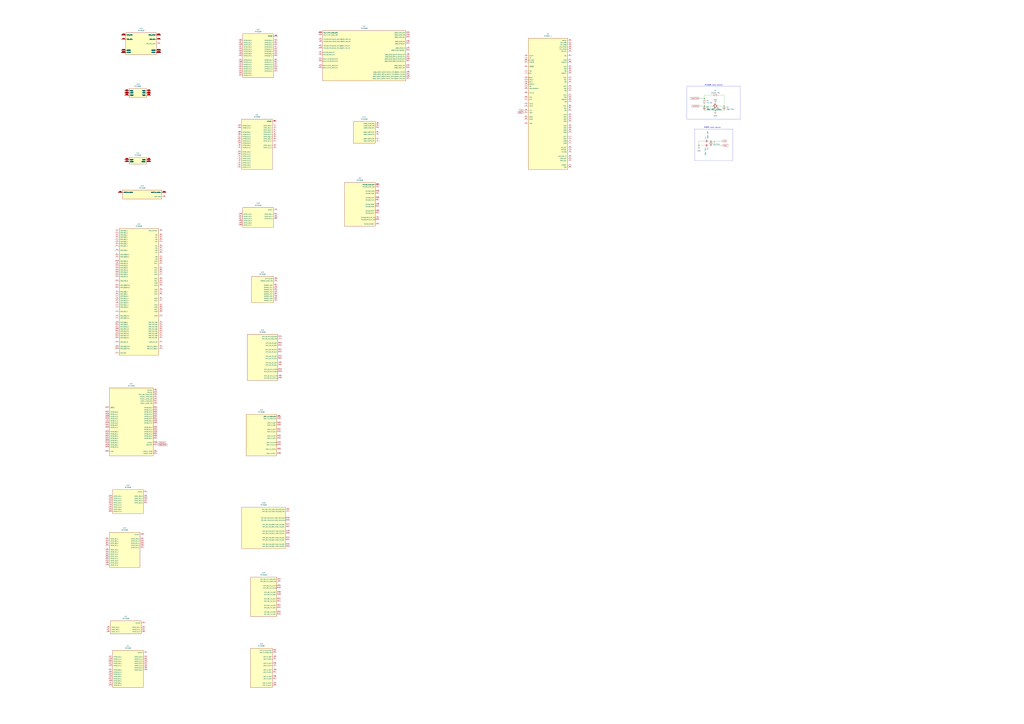
<source format=kicad_sch>
(kicad_sch (version 20250114) (generator "eeschema") (generator_version "9.0")
  (paper "A0")
  (lib_symbols
    (symbol "Device:C_Small" (pin_numbers (hide yes)) (pin_names (offset 0.254) (hide yes))
      (property "Reference" "C" (at 0.254 1.778 0))
      (property "Value" "C_Small" (at 0.254 -2.032 0))
      (symbol "C_Small_1_1"
        (pin passive line (at 0 2.54 270) (length 2.032) (name "~") (number "1"))
        (pin passive line (at 0 -2.54 90) (length 2.032) (name "~") (number "2"))
      )
    )
    (symbol "Device:Crystal_GND23_Small" (pin_names (offset 1.016) (hide yes))
      (property "Reference" "Y" (at 1.27 4.445 0))
      (property "Value" "Crystal_GND23_Small" (at 1.27 2.54 0))
      (symbol "Crystal_GND23_Small_1_1"
        (pin passive line (at -2.54 0 0) (length 1.27) (name "1") (number "1"))
        (pin passive line (at 0 2.54 270) (length 0.635) (name "3") (number "3"))
        (pin passive line (at 0 -2.54 90) (length 0.635) (name "2") (number "2"))
        (pin passive line (at 2.54 0 180) (length 1.27) (name "4") (number "4"))
      )
    )
    (symbol "Device:Crystal_Small" (pin_numbers (hide yes)) (pin_names (offset 1.016) (hide yes))
      (property "Reference" "Y" (at 0 2.54 0))
      (property "Value" "Crystal_Small" (at 0 -2.54 0))
      (symbol "Crystal_Small_1_1"
        (pin passive line (at -2.54 0 0) (length 1.27) (name "1") (number "1"))
        (pin passive line (at 2.54 0 180) (length 1.27) (name "2") (number "2"))
      )
    )
    (symbol "Device:R_Small" (pin_numbers (hide yes)) (pin_names (offset 0.254) (hide yes))
      (property "Reference" "R" (at 0 0 90))
      (property "Value" "R_Small" (at 1.778 0 90))
      (symbol "R_Small_1_1"
        (pin passive line (at 0 2.54 270) (length 0.762) (name "~") (number "1"))
        (pin passive line (at 0 -2.54 90) (length 0.762) (name "~") (number "2"))
      )
    )
    (symbol "RK3568:RK3568" (pin_names (offset 1.016))
      (property "Reference" "U" (at -17.78 13.462 0))
      (property "Value" "RK3568" (at -17.78 -15.24 0))
      (symbol "RK3568_1_0"
        (pin power_in line (at -22.86 10.16 0) (length 5.08) (name "VDD_CPU") (number "J15"))
        (pin power_in line (at -22.86 10.16 0) (length 5.08) (name "VDD_CPU") (number "K15"))
        (pin power_in line (at -22.86 10.16 0) (length 5.08) (name "VDD_CPU") (number "K16"))
        (pin power_in line (at -22.86 10.16 0) (length 5.08) (name "VDD_CPU") (number "K17"))
        (pin power_in line (at -22.86 10.16 0) (length 5.08) (name "VDD_CPU") (number "K18"))
        (pin power_in line (at -22.86 10.16 0) (length 5.08) (name "VDD_CPU") (number "L15"))
        (pin power_in line (at -22.86 10.16 0) (length 5.08) (name "VDD_CPU") (number "L16"))
        (pin power_in line (at -22.86 10.16 0) (length 5.08) (name "VDD_CPU") (number "L17"))
        (pin power_in line (at -22.86 10.16 0) (length 5.08) (name "VDD_CPU") (number "L18"))
        (pin power_in line (at -22.86 10.16 0) (length 5.08) (name "VDD_CPU") (number "M17"))
        (pin power_in line (at -22.86 5.08 0) (length 5.08) (name "VDD_GPU") (number "R13"))
        (pin power_in line (at -22.86 5.08 0) (length 5.08) (name "VDD_GPU") (number "T13"))
        (pin power_in line (at -22.86 5.08 0) (length 5.08) (name "VDD_GPU") (number "U11"))
        (pin power_in line (at -22.86 5.08 0) (length 5.08) (name "VDD_GPU") (number "U12"))
        (pin power_in line (at -22.86 5.08 0) (length 5.08) (name "VDD_GPU") (number "U13"))
        (pin power_in line (at -22.86 -7.62 0) (length 5.08) (name "AVSS1") (number "J27"))
        (pin power_in line (at -22.86 -7.62 0) (length 5.08) (name "AVSS1") (number "L24"))
        (pin power_in line (at -22.86 -7.62 0) (length 5.08) (name "AVSS1") (number "L26"))
        (pin power_in line (at -22.86 -7.62 0) (length 5.08) (name "AVSS1") (number "M21"))
        (pin power_in line (at -22.86 -7.62 0) (length 5.08) (name "AVSS1") (number "M26"))
        (pin power_in line (at -22.86 -7.62 0) (length 5.08) (name "AVSS1") (number "N28"))
        (pin power_in line (at -22.86 -7.62 0) (length 5.08) (name "AVSS1") (number "P21"))
        (pin power_in line (at -22.86 -7.62 0) (length 5.08) (name "AVSS1") (number "P26"))
        (pin power_in line (at -22.86 -7.62 0) (length 5.08) (name "AVSS1") (number "R23"))
        (pin power_in line (at -22.86 -7.62 0) (length 5.08) (name "AVSS1") (number "R26"))
        (pin power_in line (at -22.86 -7.62 0) (length 5.08) (name "AVSS1") (number "U23"))
        (pin power_in line (at -22.86 -7.62 0) (length 5.08) (name "AVSS1") (number "U26"))
        (pin power_in line (at -22.86 -7.62 0) (length 5.08) (name "AVSS1") (number "V14"))
        (pin power_in line (at -22.86 -7.62 0) (length 5.08) (name "AVSS1") (number "V15"))
        (pin power_in line (at -22.86 -7.62 0) (length 5.08) (name "AVSS1") (number "V16"))
        (pin power_in line (at -22.86 -10.16 0) (length 5.08) (name "AVSS2") (number "AA12"))
        (pin power_in line (at -22.86 -10.16 0) (length 5.08) (name "AVSS2") (number "AA14"))
        (pin power_in line (at -22.86 -10.16 0) (length 5.08) (name "AVSS2") (number "AA15"))
        (pin power_in line (at -22.86 -10.16 0) (length 5.08) (name "AVSS2") (number "AA17"))
        (pin power_in line (at -22.86 -10.16 0) (length 5.08) (name "AVSS2") (number "AA24"))
        (pin power_in line (at -22.86 -10.16 0) (length 5.08) (name "AVSS2") (number "AA26"))
        (pin power_in line (at -22.86 -10.16 0) (length 5.08) (name "AVSS2") (number "AB11"))
        (pin power_in line (at -22.86 -10.16 0) (length 5.08) (name "AVSS2") (number "V22"))
        (pin power_in line (at -22.86 -10.16 0) (length 5.08) (name "AVSS2") (number "V23"))
        (pin power_in line (at -22.86 -10.16 0) (length 5.08) (name "AVSS2") (number "V26"))
        (pin power_in line (at -22.86 -10.16 0) (length 5.08) (name "AVSS2") (number "W17"))
        (pin power_in line (at -22.86 -10.16 0) (length 5.08) (name "AVSS2") (number "Y18"))
        (pin power_in line (at -22.86 -10.16 0) (length 5.08) (name "AVSS2") (number "Y23"))
        (pin power_in line (at -22.86 -10.16 0) (length 5.08) (name "AVSS2") (number "Y24"))
        (pin power_in line (at -22.86 -10.16 0) (length 5.08) (name "AVSS2") (number "Y26"))
        (pin power_in line (at 22.86 10.16 180) (length 5.08) (name "VDD_LOGIC") (number "L12"))
        (pin power_in line (at 22.86 10.16 180) (length 5.08) (name "VDD_LOGIC") (number "M12"))
        (pin power_in line (at 22.86 10.16 180) (length 5.08) (name "VDD_LOGIC") (number "N13"))
        (pin power_in line (at 22.86 10.16 180) (length 5.08) (name "VDD_LOGIC") (number "N16"))
        (pin power_in line (at 22.86 10.16 180) (length 5.08) (name "VDD_LOGIC") (number "P13"))
        (pin power_in line (at 22.86 10.16 180) (length 5.08) (name "VDD_LOGIC") (number "P16"))
        (pin power_in line (at 22.86 10.16 180) (length 5.08) (name "VDD_LOGIC") (number "R12"))
        (pin power_in line (at 22.86 10.16 180) (length 5.08) (name "VDD_LOGIC") (number "R16"))
        (pin power_in line (at 22.86 10.16 180) (length 5.08) (name "VDD_LOGIC") (number "T12"))
        (pin power_in line (at 22.86 10.16 180) (length 5.08) (name "VDD_LOGIC") (number "T16"))
        (pin power_in line (at 22.86 5.08 180) (length 5.08) (name "VDD_NPU") (number "M19"))
        (pin power_in line (at 22.86 5.08 180) (length 5.08) (name "VDD_NPU") (number "N19"))
        (pin power_in line (at 22.86 5.08 180) (length 5.08) (name "VDD_NPU") (number "P18"))
        (pin power_in line (at 22.86 5.08 180) (length 5.08) (name "VDD_NPU") (number "P19"))
        (pin power_in line (at 22.86 5.08 180) (length 5.08) (name "VDD_NPU") (number "P20"))
        (pin power_in line (at 22.86 0 180) (length 5.08) (name "VDD_CPU_COM") (number "M15"))
        (pin power_in line (at 22.86 -7.62 180) (length 5.08) (name "AVSS3") (number "AB12"))
        (pin power_in line (at 22.86 -7.62 180) (length 5.08) (name "AVSS3") (number "AB14"))
        (pin power_in line (at 22.86 -7.62 180) (length 5.08) (name "AVSS3") (number "AB15"))
        (pin power_in line (at 22.86 -7.62 180) (length 5.08) (name "AVSS3") (number "AB17"))
        (pin power_in line (at 22.86 -7.62 180) (length 5.08) (name "AVSS3") (number "AC11"))
        (pin power_in line (at 22.86 -7.62 180) (length 5.08) (name "AVSS3") (number "AC12"))
        (pin power_in line (at 22.86 -7.62 180) (length 5.08) (name "AVSS3") (number "AC15"))
        (pin power_in line (at 22.86 -7.62 180) (length 5.08) (name "AVSS3") (number "AC18"))
        (pin power_in line (at 22.86 -7.62 180) (length 5.08) (name "AVSS3") (number "AC25"))
        (pin power_in line (at 22.86 -7.62 180) (length 5.08) (name "AVSS3") (number "AC26"))
        (pin power_in line (at 22.86 -7.62 180) (length 5.08) (name "AVSS3") (number "AC9"))
        (pin power_in line (at 22.86 -7.62 180) (length 5.08) (name "AVSS3") (number "AD26"))
        (pin power_in line (at 22.86 -7.62 180) (length 5.08) (name "AVSS3") (number "AE14"))
        (pin power_in line (at 22.86 -7.62 180) (length 5.08) (name "AVSS3") (number "AE17"))
        (pin power_in line (at 22.86 -7.62 180) (length 5.08) (name "AVSS3") (number "AE20"))
        (pin power_in line (at 22.86 -10.16 180) (length 5.08) (name "AVSS4") (number "AE27"))
        (pin power_in line (at 22.86 -10.16 180) (length 5.08) (name "AVSS4") (number "AE28"))
        (pin power_in line (at 22.86 -10.16 180) (length 5.08) (name "AVSS4") (number "AF11"))
        (pin power_in line (at 22.86 -10.16 180) (length 5.08) (name "AVSS4") (number "AF12"))
        (pin power_in line (at 22.86 -10.16 180) (length 5.08) (name "AVSS4") (number "AF14"))
        (pin power_in line (at 22.86 -10.16 180) (length 5.08) (name "AVSS4") (number "AF15"))
        (pin power_in line (at 22.86 -10.16 180) (length 5.08) (name "AVSS4") (number "AF17"))
        (pin power_in line (at 22.86 -10.16 180) (length 5.08) (name "AVSS4") (number "AF18"))
        (pin power_in line (at 22.86 -10.16 180) (length 5.08) (name "AVSS4") (number "AF20"))
        (pin power_in line (at 22.86 -10.16 180) (length 5.08) (name "AVSS4") (number "AF21"))
        (pin power_in line (at 22.86 -10.16 180) (length 5.08) (name "AVSS4") (number "AF9"))
        (pin power_in line (at 22.86 -10.16 180) (length 5.08) (name "AVSS4") (number "AG18"))
        (pin power_in line (at 22.86 -10.16 180) (length 5.08) (name "AVSS4") (number "AH18"))
        (pin power_in line (at 22.86 -10.16 180) (length 5.08) (name "AVSS4") (number "AH23"))
      )
      (symbol "RK3568_2_0"
        (pin power_in line (at -15.24 2.54 0) (length 5.08) (name "VSS1") (number "A1"))
        (pin power_in line (at -15.24 2.54 0) (length 5.08) (name "VSS1") (number "A10"))
        (pin power_in line (at -15.24 2.54 0) (length 5.08) (name "VSS1") (number "A14"))
        (pin power_in line (at -15.24 2.54 0) (length 5.08) (name "VSS1") (number "A18"))
        (pin power_in line (at -15.24 2.54 0) (length 5.08) (name "VSS1") (number "A28"))
        (pin power_in line (at -15.24 2.54 0) (length 5.08) (name "VSS1") (number "A3"))
        (pin power_in line (at -15.24 2.54 0) (length 5.08) (name "VSS1") (number "A6"))
        (pin power_in line (at -15.24 2.54 0) (length 5.08) (name "VSS1") (number "B12"))
        (pin power_in line (at -15.24 2.54 0) (length 5.08) (name "VSS1") (number "B16"))
        (pin power_in line (at -15.24 2.54 0) (length 5.08) (name "VSS1") (number "B23"))
        (pin power_in line (at -15.24 2.54 0) (length 5.08) (name "VSS1") (number "B26"))
        (pin power_in line (at -15.24 2.54 0) (length 5.08) (name "VSS1") (number "B5"))
        (pin power_in line (at -15.24 2.54 0) (length 5.08) (name "VSS1") (number "B9"))
        (pin power_in line (at -15.24 2.54 0) (length 5.08) (name "VSS1") (number "C3"))
        (pin power_in line (at -15.24 2.54 0) (length 5.08) (name "VSS1") (number "C6"))
        (pin power_in line (at -15.24 0 0) (length 5.08) (name "VSS2") (number "C11"))
        (pin power_in line (at -15.24 0 0) (length 5.08) (name "VSS2") (number "C12"))
        (pin power_in line (at -15.24 0 0) (length 5.08) (name "VSS2") (number "C14"))
        (pin power_in line (at -15.24 0 0) (length 5.08) (name "VSS2") (number "C15"))
        (pin power_in line (at -15.24 0 0) (length 5.08) (name "VSS2") (number "C17"))
        (pin power_in line (at -15.24 0 0) (length 5.08) (name "VSS2") (number "C18"))
        (pin power_in line (at -15.24 0 0) (length 5.08) (name "VSS2") (number "C25"))
        (pin power_in line (at -15.24 0 0) (length 5.08) (name "VSS2") (number "C8"))
        (pin power_in line (at -15.24 0 0) (length 5.08) (name "VSS2") (number "C9"))
        (pin power_in line (at -15.24 0 0) (length 5.08) (name "VSS2") (number "D11"))
        (pin power_in line (at -15.24 0 0) (length 5.08) (name "VSS2") (number "D2"))
        (pin power_in line (at -15.24 0 0) (length 5.08) (name "VSS2") (number "D28"))
        (pin power_in line (at -15.24 0 0) (length 5.08) (name "VSS2") (number "D3"))
        (pin power_in line (at -15.24 0 0) (length 5.08) (name "VSS2") (number "E3"))
        (pin power_in line (at -15.24 0 0) (length 5.08) (name "VSS2") (number "E7"))
        (pin power_in line (at -15.24 -2.54 0) (length 5.08) (name "VSS3") (number "F1"))
        (pin power_in line (at -15.24 -2.54 0) (length 5.08) (name "VSS3") (number "F12"))
        (pin power_in line (at -15.24 -2.54 0) (length 5.08) (name "VSS3") (number "F14"))
        (pin power_in line (at -15.24 -2.54 0) (length 5.08) (name "VSS3") (number "F15"))
        (pin power_in line (at -15.24 -2.54 0) (length 5.08) (name "VSS3") (number "F17"))
        (pin power_in line (at -15.24 -2.54 0) (length 5.08) (name "VSS3") (number "F3"))
        (pin power_in line (at -15.24 -2.54 0) (length 5.08) (name "VSS3") (number "F9"))
        (pin power_in line (at -15.24 -2.54 0) (length 5.08) (name "VSS3") (number "G11"))
        (pin power_in line (at -15.24 -2.54 0) (length 5.08) (name "VSS3") (number "G12"))
        (pin power_in line (at -15.24 -2.54 0) (length 5.08) (name "VSS3") (number "G14"))
        (pin power_in line (at -15.24 -2.54 0) (length 5.08) (name "VSS3") (number "G15"))
        (pin power_in line (at -15.24 -2.54 0) (length 5.08) (name "VSS3") (number "G5"))
        (pin power_in line (at -15.24 -2.54 0) (length 5.08) (name "VSS3") (number "G6"))
        (pin power_in line (at -15.24 -2.54 0) (length 5.08) (name "VSS3") (number "G8"))
        (pin power_in line (at -15.24 -2.54 0) (length 5.08) (name "VSS3") (number "G9"))
        (pin power_in line (at 15.24 2.54 180) (length 5.08) (name "VSS4") (number "G17"))
        (pin power_in line (at 15.24 2.54 180) (length 5.08) (name "VSS4") (number "G18"))
        (pin power_in line (at 15.24 2.54 180) (length 5.08) (name "VSS4") (number "G24"))
        (pin power_in line (at 15.24 2.54 180) (length 5.08) (name "VSS4") (number "H2"))
        (pin power_in line (at 15.24 2.54 180) (length 5.08) (name "VSS4") (number "H3"))
        (pin power_in line (at 15.24 2.54 180) (length 5.08) (name "VSS4") (number "H6"))
        (pin power_in line (at 15.24 2.54 180) (length 5.08) (name "VSS4") (number "J17"))
        (pin power_in line (at 15.24 2.54 180) (length 5.08) (name "VSS4") (number "J18"))
        (pin power_in line (at 15.24 2.54 180) (length 5.08) (name "VSS4") (number "J20"))
        (pin power_in line (at 15.24 2.54 180) (length 5.08) (name "VSS4") (number "J22"))
        (pin power_in line (at 15.24 2.54 180) (length 5.08) (name "VSS4") (number "J26"))
        (pin power_in line (at 15.24 2.54 180) (length 5.08) (name "VSS4") (number "J3"))
        (pin power_in line (at 15.24 2.54 180) (length 5.08) (name "VSS4") (number "J5"))
        (pin power_in line (at 15.24 2.54 180) (length 5.08) (name "VSS4") (number "K1"))
        (pin power_in line (at 15.24 2.54 180) (length 5.08) (name "VSS4") (number "K11"))
        (pin power_in line (at 15.24 0 180) (length 5.08) (name "VSS5") (number "K12"))
        (pin power_in line (at 15.24 0 180) (length 5.08) (name "VSS5") (number "K13"))
        (pin power_in line (at 15.24 0 180) (length 5.08) (name "VSS5") (number "K14"))
        (pin power_in line (at 15.24 0 180) (length 5.08) (name "VSS5") (number "K19"))
        (pin power_in line (at 15.24 0 180) (length 5.08) (name "VSS5") (number "L11"))
        (pin power_in line (at 15.24 0 180) (length 5.08) (name "VSS5") (number "L13"))
        (pin power_in line (at 15.24 0 180) (length 5.08) (name "VSS5") (number "L14"))
        (pin power_in line (at 15.24 0 180) (length 5.08) (name "VSS5") (number "L19"))
        (pin power_in line (at 15.24 0 180) (length 5.08) (name "VSS5") (number "L20"))
        (pin power_in line (at 15.24 0 180) (length 5.08) (name "VSS5") (number "L21"))
        (pin power_in line (at 15.24 0 180) (length 5.08) (name "VSS5") (number "L3"))
        (pin power_in line (at 15.24 0 180) (length 5.08) (name "VSS5") (number "L5"))
        (pin power_in line (at 15.24 0 180) (length 5.08) (name "VSS5") (number "L8"))
        (pin power_in line (at 15.24 0 180) (length 5.08) (name "VSS5") (number "M2"))
        (pin power_in line (at 15.24 0 180) (length 5.08) (name "VSS5") (number "M3"))
        (pin power_in line (at 15.24 -2.54 180) (length 5.08) (name "VSS6") (number "M11"))
        (pin power_in line (at 15.24 -2.54 180) (length 5.08) (name "VSS6") (number "M13"))
        (pin power_in line (at 15.24 -2.54 180) (length 5.08) (name "VSS6") (number "M14"))
        (pin power_in line (at 15.24 -2.54 180) (length 5.08) (name "VSS6") (number "M16"))
        (pin power_in line (at 15.24 -2.54 180) (length 5.08) (name "VSS6") (number "M18"))
        (pin power_in line (at 15.24 -2.54 180) (length 5.08) (name "VSS6") (number "M6"))
        (pin power_in line (at 15.24 -2.54 180) (length 5.08) (name "VSS6") (number "M8"))
        (pin power_in line (at 15.24 -2.54 180) (length 5.08) (name "VSS6") (number "N1"))
        (pin power_in line (at 15.24 -2.54 180) (length 5.08) (name "VSS6") (number "N12"))
        (pin power_in line (at 15.24 -2.54 180) (length 5.08) (name "VSS6") (number "N14"))
        (pin power_in line (at 15.24 -2.54 180) (length 5.08) (name "VSS6") (number "N15"))
        (pin power_in line (at 15.24 -2.54 180) (length 5.08) (name "VSS6") (number "N17"))
        (pin power_in line (at 15.24 -2.54 180) (length 5.08) (name "VSS6") (number "N18"))
        (pin power_in line (at 15.24 -2.54 180) (length 5.08) (name "VSS6") (number "P3"))
        (pin power_in line (at 15.24 -2.54 180) (length 5.08) (name "VSS6") (number "P6"))
      )
      (symbol "RK3568_3_0"
        (pin power_in line (at -15.24 0 0) (length 5.08) (name "VSS7") (number "P12"))
        (pin power_in line (at -15.24 0 0) (length 5.08) (name "VSS7") (number "P14"))
        (pin power_in line (at -15.24 0 0) (length 5.08) (name "VSS7") (number "P15"))
        (pin power_in line (at -15.24 0 0) (length 5.08) (name "VSS7") (number "P17"))
        (pin power_in line (at -15.24 0 0) (length 5.08) (name "VSS7") (number "R10"))
        (pin power_in line (at -15.24 0 0) (length 5.08) (name "VSS7") (number "R11"))
        (pin power_in line (at -15.24 0 0) (length 5.08) (name "VSS7") (number "R14"))
        (pin power_in line (at -15.24 0 0) (length 5.08) (name "VSS7") (number "R15"))
        (pin power_in line (at -15.24 0 0) (length 5.08) (name "VSS7") (number "R17"))
        (pin power_in line (at -15.24 0 0) (length 5.08) (name "VSS7") (number "R18"))
        (pin power_in line (at -15.24 0 0) (length 5.08) (name "VSS7") (number "R19"))
        (pin power_in line (at -15.24 0 0) (length 5.08) (name "VSS7") (number "R3"))
        (pin power_in line (at -15.24 0 0) (length 5.08) (name "VSS7") (number "R6"))
        (pin power_in line (at -15.24 0 0) (length 5.08) (name "VSS7") (number "T10"))
        (pin power_in line (at -15.24 0 0) (length 5.08) (name "VSS7") (number "T11"))
        (pin power_in line (at -15.24 -2.54 0) (length 5.08) (name "VSS8") (number "T14"))
        (pin power_in line (at -15.24 -2.54 0) (length 5.08) (name "VSS8") (number "T15"))
        (pin power_in line (at -15.24 -2.54 0) (length 5.08) (name "VSS8") (number "T17"))
        (pin power_in line (at -15.24 -2.54 0) (length 5.08) (name "VSS8") (number "T18"))
        (pin power_in line (at -15.24 -2.54 0) (length 5.08) (name "VSS8") (number "T19"))
        (pin power_in line (at -15.24 -2.54 0) (length 5.08) (name "VSS8") (number "U1"))
        (pin power_in line (at -15.24 -2.54 0) (length 5.08) (name "VSS8") (number "U10"))
        (pin power_in line (at -15.24 -2.54 0) (length 5.08) (name "VSS8") (number "U14"))
        (pin power_in line (at -15.24 -2.54 0) (length 5.08) (name "VSS8") (number "U15"))
        (pin power_in line (at -15.24 -2.54 0) (length 5.08) (name "VSS8") (number "U16"))
        (pin power_in line (at -15.24 -2.54 0) (length 5.08) (name "VSS8") (number "U17"))
        (pin power_in line (at -15.24 -2.54 0) (length 5.08) (name "VSS8") (number "U18"))
        (pin power_in line (at -15.24 -2.54 0) (length 5.08) (name "VSS8") (number "U6"))
        (pin power_in line (at -15.24 -2.54 0) (length 5.08) (name "VSS8") (number "U7"))
        (pin power_in line (at -15.24 -2.54 0) (length 5.08) (name "VSS8") (number "U8"))
        (pin power_in line (at 15.24 0 180) (length 5.08) (name "VSS9") (number "AA23"))
        (pin power_in line (at 15.24 0 180) (length 5.08) (name "VSS9") (number "AA4"))
        (pin power_in line (at 15.24 0 180) (length 5.08) (name "VSS9") (number "AA9"))
        (pin power_in line (at 15.24 0 180) (length 5.08) (name "VSS9") (number "V13"))
        (pin power_in line (at 15.24 0 180) (length 5.08) (name "VSS9") (number "V3"))
        (pin power_in line (at 15.24 0 180) (length 5.08) (name "VSS9") (number "V8"))
        (pin power_in line (at 15.24 0 180) (length 5.08) (name "VSS9") (number "V9"))
        (pin power_in line (at 15.24 0 180) (length 5.08) (name "VSS9") (number "W10"))
        (pin power_in line (at 15.24 0 180) (length 5.08) (name "VSS9") (number "W11"))
        (pin power_in line (at 15.24 0 180) (length 5.08) (name "VSS9") (number "W12"))
        (pin power_in line (at 15.24 0 180) (length 5.08) (name "VSS9") (number "W13"))
        (pin power_in line (at 15.24 0 180) (length 5.08) (name "VSS9") (number "Y11"))
        (pin power_in line (at 15.24 0 180) (length 5.08) (name "VSS9") (number "Y12"))
        (pin power_in line (at 15.24 0 180) (length 5.08) (name "VSS9") (number "Y8"))
        (pin power_in line (at 15.24 0 180) (length 5.08) (name "VSS9") (number "Y9"))
        (pin power_in line (at 15.24 -2.54 180) (length 5.08) (name "VSS10") (number "AB2"))
        (pin power_in line (at 15.24 -2.54 180) (length 5.08) (name "VSS10") (number "AB6"))
        (pin power_in line (at 15.24 -2.54 180) (length 5.08) (name "VSS10") (number "AD3"))
        (pin power_in line (at 15.24 -2.54 180) (length 5.08) (name "VSS10") (number "AE21"))
        (pin power_in line (at 15.24 -2.54 180) (length 5.08) (name "VSS10") (number "AE6"))
        (pin power_in line (at 15.24 -2.54 180) (length 5.08) (name "VSS10") (number "AF26"))
        (pin power_in line (at 15.24 -2.54 180) (length 5.08) (name "VSS10") (number "AF3"))
        (pin power_in line (at 15.24 -2.54 180) (length 5.08) (name "VSS10") (number "AG5"))
        (pin power_in line (at 15.24 -2.54 180) (length 5.08) (name "VSS10") (number "AH1"))
        (pin power_in line (at 15.24 -2.54 180) (length 5.08) (name "VSS10") (number "AH28"))
        (pin power_in line (at 15.24 -2.54 180) (length 5.08) (name "VSS10") (number "AH8"))
      )
      (symbol "RK3568_4_0"
        (pin power_in line (at -27.94 2.54 0) (length 5.08) (name "DDRPHY_VDDQ") (number "H11"))
        (pin power_in line (at -27.94 2.54 0) (length 5.08) (name "DDRPHY_VDDQ") (number "H12"))
        (pin power_in line (at -27.94 2.54 0) (length 5.08) (name "DDRPHY_VDDQ") (number "H14"))
        (pin power_in line (at -27.94 2.54 0) (length 5.08) (name "DDRPHY_VDDQ") (number "H15"))
        (pin power_in line (at -27.94 2.54 0) (length 5.08) (name "DDRPHY_VDDQ") (number "H9"))
        (pin power_in line (at -27.94 2.54 0) (length 5.08) (name "DDRPHY_VDDQ") (number "J9"))
        (pin power_in line (at -27.94 2.54 0) (length 5.08) (name "DDRPHY_VDDQ") (number "L9"))
        (pin power_in line (at -27.94 2.54 0) (length 5.08) (name "DDRPHY_VDDQ") (number "M9"))
        (pin power_in line (at 27.94 2.54 180) (length 5.08) (name "DDRPHY_VDDQL") (number "J11"))
        (pin power_in line (at 27.94 2.54 180) (length 5.08) (name "DDRPHY_VDDQL") (number "J12"))
        (pin power_in line (at 27.94 2.54 180) (length 5.08) (name "DDRPHY_VDDQL") (number "J14"))
        (pin power_in line (at 27.94 2.54 180) (length 5.08) (name "DDRPHY_VDDQL") (number "K10"))
        (pin power_in line (at 27.94 2.54 180) (length 5.08) (name "DDRPHY_VDDQL") (number "L10"))
        (pin power_in line (at 27.94 2.54 180) (length 5.08) (name "DDRPHY_VDDQL") (number "M10"))
        (pin power_in line (at 27.94 -2.54 180) (length 5.08) (name "DDR_AVSS") (number "J8"))
      )
      (symbol "RK3568_5_0"
        (pin bidirectional line (at -27.94 71.12 0) (length 5.08) (name "DDR_DQ0_A") (number "F2"))
        (pin bidirectional line (at -27.94 68.58 0) (length 5.08) (name "DDR_DQ1_A") (number "E1"))
        (pin bidirectional line (at -27.94 66.04 0) (length 5.08) (name "DDR_DQ2_A") (number "E2"))
        (pin bidirectional line (at -27.94 63.5 0) (length 5.08) (name "DDR_DQ3_A") (number "D1"))
        (pin bidirectional line (at -27.94 60.96 0) (length 5.08) (name "DDR_DQ4_A") (number "J1"))
        (pin bidirectional line (at -27.94 58.42 0) (length 5.08) (name "DDR_DQ5_A") (number "J2"))
        (pin bidirectional line (at -27.94 55.88 0) (length 5.08) (name "DDR_DQ6_A") (number "H1"))
        (pin bidirectional line (at -27.94 53.34 0) (length 5.08) (name "DDR_DQ7_A") (number "H4"))
        (pin bidirectional line (at -27.94 48.26 0) (length 5.08) (name "DDR_DM0_A") (number "H5"))
        (pin bidirectional line (at -27.94 43.18 0) (length 5.08) (name "DDR_DQS0P_A") (number "G1"))
        (pin bidirectional line (at -27.94 40.64 0) (length 5.08) (name "DDR_DQS0N_A") (number "G2"))
        (pin bidirectional line (at -27.94 35.56 0) (length 5.08) (name "DDR_DQ0_B") (number "B10"))
        (pin bidirectional line (at -27.94 33.02 0) (length 5.08) (name "DDR_DQ1_B") (number "A9"))
        (pin bidirectional line (at -27.94 30.48 0) (length 5.08) (name "DDR_DQ2_B") (number "D12"))
        (pin bidirectional line (at -27.94 27.94 0) (length 5.08) (name "DDR_DQ3_B") (number "E12"))
        (pin bidirectional line (at -27.94 25.4 0) (length 5.08) (name "DDR_DQ4_B") (number "A12"))
        (pin bidirectional line (at -27.94 22.86 0) (length 5.08) (name "DDR_DQ5_B") (number "D15"))
        (pin bidirectional line (at -27.94 20.32 0) (length 5.08) (name "DDR_DQ6_B") (number "E15"))
        (pin bidirectional line (at -27.94 17.78 0) (length 5.08) (name "DDR_DQ7_B") (number "E14"))
        (pin bidirectional line (at -27.94 12.7 0) (length 5.08) (name "DDR_DM0_B") (number "D14"))
        (pin bidirectional line (at -27.94 7.62 0) (length 5.08) (name "DDR_DQS0P_B") (number "A11"))
        (pin bidirectional line (at -27.94 5.08 0) (length 5.08) (name "DDR_DQS0N_B") (number "B11"))
        (pin bidirectional line (at -27.94 0 0) (length 5.08) (name "DDR_DQ8_A") (number "M1"))
        (pin bidirectional line (at -27.94 -2.54 0) (length 5.08) (name "DDR_DQ9_A") (number "N2"))
        (pin bidirectional line (at -27.94 -5.08 0) (length 5.08) (name "DDR_DQ10_A") (number "L7"))
        (pin bidirectional line (at -27.94 -7.62 0) (length 5.08) (name "DDR_DQ11_A") (number "L6"))
        (pin bidirectional line (at -27.94 -10.16 0) (length 5.08) (name "DDR_DQ12_A") (number "K2"))
        (pin bidirectional line (at -27.94 -12.7 0) (length 5.08) (name "DDR_DQ13_A") (number "J6"))
        (pin bidirectional line (at -27.94 -15.24 0) (length 5.08) (name "DDR_DQ14_A") (number "J7"))
        (pin bidirectional line (at -27.94 -17.78 0) (length 5.08) (name "DDR_DQ15_A") (number "L4"))
        (pin bidirectional line (at -27.94 -22.86 0) (length 5.08) (name "DDR_DM1_A") (number "J4"))
        (pin bidirectional line (at -27.94 -27.94 0) (length 5.08) (name "DDR_DQS1P_A") (number "L2"))
        (pin bidirectional line (at -27.94 -30.48 0) (length 5.08) (name "DDR_DQS1N_A") (number "L1"))
        (pin bidirectional line (at -27.94 -35.56 0) (length 5.08) (name "DDR_DQ8_B") (number "A16"))
        (pin bidirectional line (at -27.94 -38.1 0) (length 5.08) (name "DDR_DQ9_B") (number "B17"))
        (pin bidirectional line (at -27.94 -40.64 0) (length 5.08) (name "DDR_DQ10_B") (number "A17"))
        (pin bidirectional line (at -27.94 -43.18 0) (length 5.08) (name "DDR_DQ11_B") (number "B18"))
        (pin bidirectional line (at -27.94 -45.72 0) (length 5.08) (name "DDR_DQ12_B") (number "B13"))
        (pin bidirectional line (at -27.94 -48.26 0) (length 5.08) (name "DDR_DQ13_B") (number "A13"))
        (pin bidirectional line (at -27.94 -50.8 0) (length 5.08) (name "DDR_DQ14_B") (number "D17"))
        (pin bidirectional line (at -27.94 -53.34 0) (length 5.08) (name "DDR_DQ15_B") (number "B14"))
        (pin bidirectional line (at -27.94 -58.42 0) (length 5.08) (name "DDR_DM1_B") (number "E17"))
        (pin bidirectional line (at -27.94 -63.5 0) (length 5.08) (name "DDR_DQS1N_B") (number "A15"))
        (pin bidirectional line (at -27.94 -66.04 0) (length 5.08) (name "DDR_DQS1P_B") (number "B15"))
        (pin passive line (at -27.94 -71.12 0) (length 5.08) (name "DDR_RZQ") (number "H7"))
        (pin output line (at 27.94 71.12 180) (length 5.08) (name "DDR_VREFOUT") (number "P8"))
        (pin output line (at 27.94 66.04 180) (length 5.08) (name "AC0") (number "B6"))
        (pin output line (at 27.94 63.5 180) (length 5.08) (name "AC1") (number "F5"))
        (pin output line (at 27.94 60.96 180) (length 5.08) (name "AC2") (number "B1"))
        (pin output line (at 27.94 58.42 180) (length 5.08) (name "AC3") (number "F4"))
        (pin output line (at 27.94 53.34 180) (length 5.08) (name "AC4") (number "D9"))
        (pin output line (at 27.94 50.8 180) (length 5.08) (name "AC5") (number "B7"))
        (pin output line (at 27.94 48.26 180) (length 5.08) (name "AC6") (number "A7"))
        (pin output line (at 27.94 45.72 180) (length 5.08) (name "AC7") (number "A8"))
        (pin output line (at 27.94 40.64 180) (length 5.08) (name "AC8") (number "C1"))
        (pin output line (at 27.94 38.1 180) (length 5.08) (name "AC9") (number "A5"))
        (pin output line (at 27.94 35.56 180) (length 5.08) (name "AC10") (number "D6"))
        (pin output line (at 27.94 33.02 180) (length 5.08) (name "AC11") (number "C2"))
        (pin output line (at 27.94 27.94 180) (length 5.08) (name "AC12") (number "C4"))
        (pin output line (at 27.94 25.4 180) (length 5.08) (name "AC13") (number "B8"))
        (pin output line (at 27.94 22.86 180) (length 5.08) (name "AC14") (number "C5"))
        (pin output line (at 27.94 20.32 180) (length 5.08) (name "AC15") (number "E4"))
        (pin output line (at 27.94 15.24 180) (length 5.08) (name "AC16") (number "D5"))
        (pin output line (at 27.94 12.7 180) (length 5.08) (name "AC17") (number "E6"))
        (pin output line (at 27.94 10.16 180) (length 5.08) (name "AC18") (number "E11"))
        (pin output line (at 27.94 7.62 180) (length 5.08) (name "AC19") (number "E9"))
        (pin output line (at 27.94 2.54 180) (length 5.08) (name "AC20") (number "F8"))
        (pin output line (at 27.94 0 180) (length 5.08) (name "AC21") (number "F7"))
        (pin output line (at 27.94 -2.54 180) (length 5.08) (name "AC22") (number "B3"))
        (pin output line (at 27.94 -7.62 180) (length 5.08) (name "AC23") (number "B4"))
        (pin output line (at 27.94 -10.16 180) (length 5.08) (name "AC24") (number "A4"))
        (pin output line (at 27.94 -15.24 180) (length 5.08) (name "AC25") (number "A2"))
        (pin output line (at 27.94 -17.78 180) (length 5.08) (name "AC26") (number "B2"))
        (pin output line (at 27.94 -20.32 180) (length 5.08) (name "AC27") (number "E8"))
        (pin output line (at 27.94 -22.86 180) (length 5.08) (name "AC28") (number "D8"))
        (pin output line (at 27.94 -27.94 180) (length 5.08) (name "AC29") (number "F11"))
        (pin bidirectional line (at 27.94 -35.56 180) (length 5.08) (name "DDR_ECC_DQ0") (number "P5"))
        (pin bidirectional line (at 27.94 -38.1 180) (length 5.08) (name "DDR_ECC_DQ1") (number "M4"))
        (pin bidirectional line (at 27.94 -40.64 180) (length 5.08) (name "DDR_ECC_DQ2") (number "M5"))
        (pin bidirectional line (at 27.94 -43.18 180) (length 5.08) (name "DDR_ECC_DQ3") (number "R5"))
        (pin bidirectional line (at 27.94 -45.72 180) (length 5.08) (name "DDR_ECC_DQ4") (number "M7"))
        (pin bidirectional line (at 27.94 -48.26 180) (length 5.08) (name "DDR_ECC_DQ5") (number "R7"))
        (pin bidirectional line (at 27.94 -50.8 180) (length 5.08) (name "DDR_ECC_DQ6") (number "P4"))
        (pin bidirectional line (at 27.94 -53.34 180) (length 5.08) (name "DDR_ECC_DQ7") (number "R4"))
        (pin bidirectional line (at 27.94 -58.42 180) (length 5.08) (name "DDR_ECC_DM") (number "P7"))
        (pin bidirectional line (at 27.94 -63.5 180) (length 5.08) (name "DDR_ECC_DQS_P") (number "P2"))
        (pin bidirectional line (at 27.94 -66.04 180) (length 5.08) (name "DDR_ECC_DQS_N") (number "P1"))
      )
      (symbol "RK3568_6_0"
        (pin input line (at -30.48 15.24 0) (length 5.08) (name "~{POR_U}") (number "AH27"))
        (pin bidirectional line (at -30.48 10.16 0) (length 5.08) (name "GPIO0_A0_D") (number "AG27"))
        (pin bidirectional line (at -30.48 7.62 0) (length 5.08) (name "GPIO0_A1_Z") (number "AG26"))
        (pin bidirectional line (at -30.48 5.08 0) (length 5.08) (name "GPIO0_A2_D") (number "AG28"))
        (pin bidirectional line (at -30.48 2.54 0) (length 5.08) (name "GPIO0_A3_U") (number "AA22"))
        (pin bidirectional line (at -30.48 0 0) (length 5.08) (name "GPIO0_A4_U") (number "Y22"))
        (pin bidirectional line (at -30.48 -2.54 0) (length 5.08) (name "GPIO0_A5_D") (number "AF25"))
        (pin bidirectional line (at -30.48 -5.08 0) (length 5.08) (name "GPIO0_A6_D") (number "AE24"))
        (pin bidirectional line (at -30.48 -7.62 0) (length 5.08) (name "GPIO0_A7_U") (number "AG25"))
        (pin bidirectional line (at -30.48 -12.7 0) (length 5.08) (name "GPIO0_B0_U") (number "AD23"))
        (pin bidirectional line (at -30.48 -15.24 0) (length 5.08) (name "GPIO0_B1_U") (number "AF24"))
        (pin bidirectional line (at -30.48 -17.78 0) (length 5.08) (name "GPIO0_B2_U") (number "AB21"))
        (pin bidirectional line (at -30.48 -20.32 0) (length 5.08) (name "GPIO0_B3_U") (number "AG24"))
        (pin bidirectional line (at -30.48 -22.86 0) (length 5.08) (name "GPIO0_B4_U") (number "AB20"))
        (pin bidirectional line (at -30.48 -25.4 0) (length 5.08) (name "GPIO0_B5_U") (number "AC22"))
        (pin bidirectional line (at -30.48 -27.94 0) (length 5.08) (name "GPIO0_B6_U") (number "AA20"))
        (pin bidirectional line (at -30.48 -30.48 0) (length 5.08) (name "GPIO0_B7_D") (number "AH26"))
        (pin input line (at -30.48 -35.56 0) (length 5.08) (name "TVSS") (number "AB24"))
        (pin power_in line (at 30.48 35.56 180) (length 5.08) (name "PMUIO1") (number "Y20"))
        (pin power_in line (at 30.48 33.02 180) (length 5.08) (name "PMUIO2") (number "W19"))
        (pin power_in line (at 30.48 30.48 180) (length 5.08) (name "PMU_VDD_LOGIC_0V9") (number "V19"))
        (pin power_in line (at 30.48 27.94 180) (length 5.08) (name "PMUPLL_AVDD_0V9") (number "V21"))
        (pin power_in line (at 30.48 25.4 180) (length 5.08) (name "PMUPLL_AVDD_1V8") (number "Y21"))
        (pin power_in line (at 30.48 22.86 180) (length 5.08) (name "SYSPLL_AVDD_0V9") (number "P11"))
        (pin power_in line (at 30.48 20.32 180) (length 5.08) (name "SYSPLL_AVDD_1V8") (number "N10"))
        (pin bidirectional line (at 30.48 15.24 180) (length 5.08) (name "GPIO0_C0_D") (number "AD22"))
        (pin bidirectional line (at 30.48 12.7 180) (length 5.08) (name "GPIO0_C1_D") (number "AF23"))
        (pin bidirectional line (at 30.48 10.16 180) (length 5.08) (name "GPIO0_C2_D") (number "AG23"))
        (pin bidirectional line (at 30.48 7.62 180) (length 5.08) (name "GPIO0_C3_D") (number "AE23"))
        (pin bidirectional line (at 30.48 5.08 180) (length 5.08) (name "GPIO0_C4_D") (number "AD21"))
        (pin bidirectional line (at 30.48 2.54 180) (length 5.08) (name "GPIO0_C5_D") (number "AC21"))
        (pin bidirectional line (at 30.48 0 180) (length 5.08) (name "GPIO0_C6_D") (number "AD20"))
        (pin bidirectional line (at 30.48 -2.54 180) (length 5.08) (name "GPIO0_C7_D") (number "AH25"))
        (pin bidirectional line (at 30.48 -7.62 180) (length 5.08) (name "GPIO0_D0_U") (number "AC20"))
        (pin bidirectional line (at 30.48 -10.16 180) (length 5.08) (name "GPIO0_D1_U") (number "AH24"))
        (pin bidirectional line (at 30.48 -12.7 180) (length 5.08) (name "GPIO0_D3_D") (number "AE26"))
        (pin bidirectional line (at 30.48 -15.24 180) (length 5.08) (name "GPIO0_D4_D") (number "AB23"))
        (pin bidirectional line (at 30.48 -17.78 180) (length 5.08) (name "GPIO0_D5_D") (number "AD25"))
        (pin bidirectional line (at 30.48 -20.32 180) (length 5.08) (name "GPIO0_D6_D") (number "AC24"))
        (pin input line (at 30.48 -25.4 180) (length 5.08) (name "XIN24M") (number "AF28"))
        (pin output line (at 30.48 -27.94 180) (length 5.08) (name "XOUT24M") (number "AF27"))
        (pin power_in line (at 30.48 -35.56 180) (length 5.08) (name "PMUPLL_AVSS") (number "V20"))
        (pin power_in line (at 30.48 -38.1 180) (length 5.08) (name "SYSPLL_AVSS") (number "N11"))
      )
      (symbol "RK3568_7_0"
        (pin bidirectional line (at -22.86 7.62 0) (length 5.08) (name "GPIO1_A0_U") (number "D18"))
        (pin bidirectional line (at -22.86 5.08 0) (length 5.08) (name "GPIO1_A1_U") (number "E18"))
        (pin bidirectional line (at -22.86 2.54 0) (length 5.08) (name "GPIO1_A2_D") (number "A19"))
        (pin bidirectional line (at -22.86 0 0) (length 5.08) (name "GPIO1_A3_D") (number "B19"))
        (pin bidirectional line (at -22.86 -2.54 0) (length 5.08) (name "GPIO1_A4_D") (number "F18"))
        (pin bidirectional line (at -22.86 -5.08 0) (length 5.08) (name "GPIO1_A5_D") (number "A20"))
        (pin bidirectional line (at -22.86 -7.62 0) (length 5.08) (name "GPIO1_A6_D") (number "C20"))
        (pin bidirectional line (at -22.86 -10.16 0) (length 5.08) (name "GPIO1_A7_D") (number "B20"))
        (pin power_in line (at 22.86 12.7 180) (length 5.08) (name "VCCIO1") (number "H17"))
        (pin bidirectional line (at 22.86 7.62 180) (length 5.08) (name "GPIO1_B0_D") (number "D20"))
        (pin bidirectional line (at 22.86 5.08 180) (length 5.08) (name "GPIO1_B1_D") (number "E20"))
        (pin bidirectional line (at 22.86 2.54 180) (length 5.08) (name "GPIO1_B2_D") (number "A21"))
        (pin bidirectional line (at 22.86 0 180) (length 5.08) (name "GPIO1_B3_D") (number "B21"))
      )
      (symbol "RK3568_8_0"
        (pin bidirectional line (at -22.86 12.7 0) (length 5.08) (name "GPIO1_B4_U") (number "A24"))
        (pin bidirectional line (at -22.86 10.16 0) (length 5.08) (name "GPIO1_B5_U") (number "C21"))
        (pin bidirectional line (at -22.86 7.62 0) (length 5.08) (name "GPIO1_B6_U") (number "B24"))
        (pin bidirectional line (at -22.86 5.08 0) (length 5.08) (name "GPIO1_B7_U") (number "D21"))
        (pin bidirectional line (at -22.86 0 0) (length 5.08) (name "GPIO1_C0_U") (number "A25"))
        (pin bidirectional line (at -22.86 -2.54 0) (length 5.08) (name "GPIO1_C1_U") (number "E21"))
        (pin bidirectional line (at -22.86 -5.08 0) (length 5.08) (name "GPIO1_C2_U") (number "E22"))
        (pin bidirectional line (at -22.86 -7.62 0) (length 5.08) (name "GPIO1_C3_U") (number "B25"))
        (pin bidirectional line (at -22.86 -10.16 0) (length 5.08) (name "GPIO1_C4_U") (number "B22"))
        (pin bidirectional line (at -22.86 -12.7 0) (length 5.08) (name "GPIO1_C5_D") (number "A23"))
        (pin bidirectional line (at -22.86 -15.24 0) (length 5.08) (name "GPIO1_C6_D") (number "A26"))
        (pin bidirectional line (at -22.86 -17.78 0) (length 5.08) (name "GPIO1_C7_D") (number "F20"))
        (pin power_in line (at 22.86 17.78 180) (length 5.08) (name "VCCIO2") (number "H18"))
        (pin bidirectional line (at 22.86 12.7 180) (length 5.08) (name "GPIO1_D0_D") (number "A22"))
        (pin bidirectional line (at 22.86 10.16 180) (length 5.08) (name "GPIO1_D1_U") (number "C24"))
        (pin bidirectional line (at 22.86 7.62 180) (length 5.08) (name "GPIO1_D2_U") (number "D23"))
        (pin bidirectional line (at 22.86 5.08 180) (length 5.08) (name "GPIO1_D3_U") (number "C23"))
        (pin bidirectional line (at 22.86 2.54 180) (length 5.08) (name "GPIO1_D4_U") (number "A27"))
      )
      (symbol "RK3568_9_0"
        (pin bidirectional line (at -22.86 0 0) (length 5.08) (name "GPIO1_D5_U") (number "J25"))
        (pin bidirectional line (at -22.86 -2.54 0) (length 5.08) (name "GPIO1_D6_U") (number "J24"))
        (pin bidirectional line (at -22.86 -5.08 0) (length 5.08) (name "GPIO1_D7_U") (number "H26"))
        (pin power_in line (at 22.86 5.08 180) (length 5.08) (name "VCCIO3") (number "L22"))
        (pin bidirectional line (at 22.86 0 180) (length 5.08) (name "GPIO2_A0_U") (number "J23"))
        (pin bidirectional line (at 22.86 -2.54 180) (length 5.08) (name "GPIO2_A1_U") (number "H27"))
        (pin bidirectional line (at 22.86 -5.08 180) (length 5.08) (name "GPIO2_A2_D") (number "H28"))
      )
      (symbol "RK3568_10_0"
        (pin bidirectional line (at -22.86 12.7 0) (length 5.08) (name "GPIO2_A3_U") (number "E27"))
        (pin bidirectional line (at -22.86 10.16 0) (length 5.08) (name "GPIO2_A4_U") (number "E28"))
        (pin bidirectional line (at -22.86 7.62 0) (length 5.08) (name "GPIO2_A5_U") (number "B28"))
        (pin bidirectional line (at -22.86 5.08 0) (length 5.08) (name "GPIO2_A6_U") (number "C27"))
        (pin bidirectional line (at -22.86 2.54 0) (length 5.08) (name "GPIO2_A7_U") (number "C28"))
        (pin bidirectional line (at -22.86 -2.54 0) (length 5.08) (name "GPIO2_B0_D") (number "D27"))
        (pin bidirectional line (at -22.86 -5.08 0) (length 5.08) (name "GPIO2_B1_D") (number "D26"))
        (pin bidirectional line (at -22.86 -7.62 0) (length 5.08) (name "GPIO2_B2_U") (number "E25"))
        (pin bidirectional line (at -22.86 -10.16 0) (length 5.08) (name "GPIO2_B3_U") (number "F28"))
        (pin bidirectional line (at -22.86 -12.7 0) (length 5.08) (name "GPIO2_B4_U") (number "G27"))
        (pin bidirectional line (at -22.86 -15.24 0) (length 5.08) (name "GPIO2_B5_U") (number "G28"))
        (pin bidirectional line (at -22.86 -17.78 0) (length 5.08) (name "GPIO2_B6_U") (number "F27"))
        (pin bidirectional line (at -22.86 -20.32 0) (length 5.08) (name "GPIO2_B7_D") (number "H25"))
        (pin power_in line (at 22.86 17.78 180) (length 5.08) (name "VCCIO4") (number "J21"))
        (pin bidirectional line (at 22.86 12.7 180) (length 5.08) (name "GPIO2_C0_D") (number "F24"))
        (pin bidirectional line (at 22.86 10.16 180) (length 5.08) (name "GPIO2_C1_D") (number "G23"))
        (pin bidirectional line (at 22.86 7.62 180) (length 5.08) (name "GPIO2_C2_D") (number "F25"))
        (pin bidirectional line (at 22.86 5.08 180) (length 5.08) (name "GPIO2_C3_D") (number "H24"))
        (pin bidirectional line (at 22.86 2.54 180) (length 5.08) (name "GPIO2_C4_D") (number "H23"))
        (pin bidirectional line (at 22.86 0 180) (length 5.08) (name "GPIO2_C5_D") (number "F26"))
        (pin bidirectional line (at 22.86 -2.54 180) (length 5.08) (name "GPIO2_C6_D") (number "E26"))
      )
      (symbol "RK3568_11_0"
        (pin bidirectional line (at -22.86 17.78 0) (length 5.08) (name "GPIO2_D0_D") (number "AG6"))
        (pin bidirectional line (at -22.86 15.24 0) (length 5.08) (name "GPIO2_D1_D") (number "AD7"))
        (pin bidirectional line (at -22.86 12.7 0) (length 5.08) (name "GPIO2_D2_D") (number "AC8"))
        (pin bidirectional line (at -22.86 10.16 0) (length 5.08) (name "GPIO2_D3_D") (number "AC7"))
        (pin bidirectional line (at -22.86 7.62 0) (length 5.08) (name "GPIO2_D4_D") (number "AF5"))
        (pin bidirectional line (at -22.86 5.08 0) (length 5.08) (name "GPIO2_D5_D") (number "AF6"))
        (pin bidirectional line (at -22.86 2.54 0) (length 5.08) (name "GPIO2_D6_D") (number "AD6"))
        (pin bidirectional line (at -22.86 0 0) (length 5.08) (name "GPIO2_D7_D") (number "AH5"))
        (pin bidirectional line (at -22.86 -5.08 0) (length 5.08) (name "GPIO3_A0_D") (number "AH4"))
        (pin bidirectional line (at -22.86 -7.62 0) (length 5.08) (name "GPIO3_A1_D") (number "AB8"))
        (pin bidirectional line (at -22.86 -10.16 0) (length 5.08) (name "GPIO3_A2_D") (number "AE5"))
        (pin bidirectional line (at -22.86 -12.7 0) (length 5.08) (name "GPIO3_A3_D") (number "AG4"))
        (pin bidirectional line (at -22.86 -15.24 0) (length 5.08) (name "GPIO3_A4_D") (number "AF4"))
        (pin bidirectional line (at -22.86 -17.78 0) (length 5.08) (name "GPIO3_A5_D") (number "AH3"))
        (pin bidirectional line (at -22.86 -20.32 0) (length 5.08) (name "GPIO3_A6_D") (number "AG3"))
        (pin bidirectional line (at -22.86 -22.86 0) (length 5.08) (name "GPIO3_A7_D") (number "AH2"))
        (pin power_in line (at 22.86 22.86 180) (length 5.08) (name "VCCIO5") (number "V10"))
        (pin power_in line (at 22.86 22.86 180) (length 5.08) (name "VCCIO5") (number "V11"))
        (pin bidirectional line (at 22.86 17.78 180) (length 5.08) (name "GPIO3_B0_D") (number "AG2"))
        (pin bidirectional line (at 22.86 15.24 180) (length 5.08) (name "GPIO3_B1_D") (number "AG1"))
        (pin bidirectional line (at 22.86 12.7 180) (length 5.08) (name "GPIO3_B2_D") (number "AF2"))
        (pin bidirectional line (at 22.86 10.16 180) (length 5.08) (name "GPIO3_B3_D") (number "AF1"))
        (pin bidirectional line (at 22.86 7.62 180) (length 5.08) (name "GPIO3_B4_D") (number "AE1"))
        (pin bidirectional line (at 22.86 5.08 180) (length 5.08) (name "GPIO3_B5_D") (number "AE2"))
        (pin bidirectional line (at 22.86 2.54 180) (length 5.08) (name "GPIO3_B6_D") (number "AE3"))
        (pin bidirectional line (at 22.86 0 180) (length 5.08) (name "GPIO3_B7_D") (number "AD4"))
        (pin bidirectional line (at 22.86 -5.08 180) (length 5.08) (name "GPIO3_C0_D") (number "AD2"))
        (pin bidirectional line (at 22.86 -7.62 180) (length 5.08) (name "GPIO3_C1_D") (number "AD1"))
        (pin bidirectional line (at 22.86 -10.16 180) (length 5.08) (name "GPIO3_C2_D") (number "AA7"))
        (pin bidirectional line (at 22.86 -12.7 180) (length 5.08) (name "GPIO3_C3_D") (number "AC4"))
        (pin bidirectional line (at 22.86 -15.24 180) (length 5.08) (name "GPIO3_C4_D") (number "AC3"))
        (pin bidirectional line (at 22.86 -17.78 180) (length 5.08) (name "GPIO3_C5_D") (number "AC2"))
      )
      (symbol "RK3568_12_0"
        (pin bidirectional line (at -22.86 22.86 0) (length 5.08) (name "GPIO3_C6_D") (number "AC5"))
        (pin bidirectional line (at -22.86 20.32 0) (length 5.08) (name "GPIO3_C7_D") (number "AA6"))
        (pin bidirectional line (at -22.86 15.24 0) (length 5.08) (name "GPIO3_D0_D") (number "AB5"))
        (pin bidirectional line (at -22.86 12.7 0) (length 5.08) (name "GPIO3_D1_D") (number "AB1"))
        (pin bidirectional line (at -22.86 10.16 0) (length 5.08) (name "GPIO3_D2_D") (number "Y7"))
        (pin bidirectional line (at -22.86 7.62 0) (length 5.08) (name "GPIO3_D3_D") (number "AC1"))
        (pin bidirectional line (at -22.86 5.08 0) (length 5.08) (name "GPIO3_D4_D") (number "AA1"))
        (pin bidirectional line (at -22.86 2.54 0) (length 5.08) (name "GPIO3_D5_D") (number "AA5"))
        (pin bidirectional line (at -22.86 0 0) (length 5.08) (name "GPIO3_D6_D") (number "Y6"))
        (pin bidirectional line (at -22.86 -2.54 0) (length 5.08) (name "GPIO3_D7_D") (number "Y5"))
        (pin bidirectional line (at -22.86 -7.62 0) (length 5.08) (name "GPIO4_A0_D") (number "AA3"))
        (pin bidirectional line (at -22.86 -10.16 0) (length 5.08) (name "GPIO4_A1_D") (number "AA2"))
        (pin bidirectional line (at -22.86 -12.7 0) (length 5.08) (name "GPIO4_A2_D") (number "Y4"))
        (pin bidirectional line (at -22.86 -15.24 0) (length 5.08) (name "GPIO4_A3_D") (number "Y3"))
        (pin bidirectional line (at -22.86 -17.78 0) (length 5.08) (name "GPIO4_A4_D") (number "Y2"))
        (pin bidirectional line (at -22.86 -20.32 0) (length 5.08) (name "GPIO4_A5_D") (number "Y1"))
        (pin bidirectional line (at -22.86 -22.86 0) (length 5.08) (name "GPIO4_A6_D") (number "W2"))
        (pin bidirectional line (at -22.86 -25.4 0) (length 5.08) (name "GPIO4_A7_D") (number "W1"))
        (pin power_in line (at 22.86 27.94 180) (length 5.08) (name "VCCIO6") (number "R9"))
        (pin power_in line (at 22.86 27.94 180) (length 5.08) (name "VCCIO6") (number "U9"))
        (pin bidirectional line (at 22.86 22.86 180) (length 5.08) (name "GPIO4_B0_D") (number "V7"))
        (pin bidirectional line (at 22.86 20.32 180) (length 5.08) (name "GPIO4_B1_D") (number "V2"))
        (pin bidirectional line (at 22.86 17.78 180) (length 5.08) (name "GPIO4_B2_D") (number "V4"))
        (pin bidirectional line (at 22.86 15.24 180) (length 5.08) (name "GPIO4_B3_D") (number "V1"))
        (pin bidirectional line (at 22.86 12.7 180) (length 5.08) (name "GPIO4_B4_D") (number "V6"))
        (pin bidirectional line (at 22.86 10.16 180) (length 5.08) (name "GPIO4_B5_D") (number "V5"))
        (pin bidirectional line (at 22.86 7.62 180) (length 5.08) (name "GPIO4_B6_D") (number "U5"))
        (pin bidirectional line (at 22.86 5.08 180) (length 5.08) (name "GPIO4_B7_D") (number "U4"))
        (pin bidirectional line (at 22.86 0 180) (length 5.08) (name "GPIO4_C0_D") (number "U3"))
        (pin bidirectional line (at 22.86 -2.54 180) (length 5.08) (name "GPIO4_C1_D") (number "U2"))
      )
      (symbol "RK3568_13_0"
        (pin bidirectional line (at -22.86 5.08 0) (length 5.08) (name "GPIO4_C2_D") (number "AF8"))
        (pin bidirectional line (at -22.86 2.54 0) (length 5.08) (name "GPIO4_C3_D") (number "AA11"))
        (pin bidirectional line (at -22.86 0 0) (length 5.08) (name "GPIO4_C4_D") (number "AH7"))
        (pin bidirectional line (at -22.86 -2.54 0) (length 5.08) (name "GPIO4_C5_D") (number "AD8"))
        (pin bidirectional line (at -22.86 -5.08 0) (length 5.08) (name "GPIO4_C6_D") (number "AE8"))
        (pin bidirectional line (at -22.86 -7.62 0) (length 5.08) (name "GPIO4_C7_U") (number "AG8"))
        (pin power_in line (at 22.86 10.16 180) (length 5.08) (name "VCCIO7") (number "V12"))
        (pin bidirectional line (at 22.86 5.08 180) (length 5.08) (name "GPIO4_D0_U") (number "AG7"))
        (pin bidirectional line (at 22.86 2.54 180) (length 5.08) (name "GPIO4_D1_U") (number "AH6"))
        (pin bidirectional line (at 22.86 0 180) (length 5.08) (name "GPIO4_D2_D") (number "AB9"))
      )
      (symbol "RK3568_14_0"
        (pin power_in line (at 17.78 12.7 180) (length 5.08) (name "OTP_VCC18") (number "H20"))
        (pin power_in line (at 17.78 10.16 180) (length 5.08) (name "SARADC_AVDD_1V8") (number "H22"))
        (pin input line (at 17.78 5.08 180) (length 5.08) (name "SARADC_VIN0") (number "B27"))
        (pin input line (at 17.78 2.54 180) (length 5.08) (name "SARADC_VIN1") (number "C26"))
        (pin input line (at 17.78 0 180) (length 5.08) (name "SARADC_VIN2") (number "D24"))
        (pin input line (at 17.78 -2.54 180) (length 5.08) (name "SARADC_VIN3") (number "E23"))
        (pin input line (at 17.78 -5.08 180) (length 5.08) (name "SARADC_VIN4") (number "G21"))
        (pin input line (at 17.78 -7.62 180) (length 5.08) (name "SARADC_VIN5") (number "F22"))
        (pin input line (at 17.78 -10.16 180) (length 5.08) (name "SARADC_VIN6") (number "G20"))
        (pin input line (at 17.78 -12.7 180) (length 5.08) (name "SARADC_VIN7") (number "F21"))
      )
      (symbol "RK3568_15_0"
        (pin power_in line (at 22.86 22.86 180) (length 5.08) (name "MIPI_CSI_RX_AVDD_0V9") (number "W14"))
        (pin power_in line (at 22.86 20.32 180) (length 5.08) (name "MIPI_CSI_RX_AVDD_1V8") (number "Y14"))
        (pin input line (at 22.86 15.24 180) (length 5.08) (name "MIPI_CSI_RX_D0P") (number "AG12"))
        (pin input line (at 22.86 12.7 180) (length 5.08) (name "MIPI_CSI_RX_D0N") (number "AH12"))
        (pin input line (at 22.86 7.62 180) (length 5.08) (name "MIPI_CSI_RX_D1P") (number "AG11"))
        (pin input line (at 22.86 5.08 180) (length 5.08) (name "MIPI_CSI_RX_D1N") (number "AH11"))
        (pin input line (at 22.86 0 180) (length 5.08) (name "MIPI_CSI_RX_D2P") (number "AE11"))
        (pin input line (at 22.86 -2.54 180) (length 5.08) (name "MIPI_CSI_RX_D2N") (number "AD11"))
        (pin input line (at 22.86 -7.62 180) (length 5.08) (name "MIPI_CSI_RX_D3P") (number "AD9"))
        (pin input line (at 22.86 -10.16 180) (length 5.08) (name "MIPI_CSI_RX_D3N") (number "AE9"))
        (pin input clock (at 22.86 -15.24 180) (length 5.08) (name "MIPI_CSI_RX_CLK0P") (number "AG10"))
        (pin input clock (at 22.86 -17.78 180) (length 5.08) (name "MIPI_CSI_RX_CLK0N") (number "AH10"))
        (pin input clock (at 22.86 -22.86 180) (length 5.08) (name "MIPI_CSI_RX_CLK1P") (number "AG9"))
        (pin input clock (at 22.86 -25.4 180) (length 5.08) (name "MIPI_CSI_RX_CLK1N") (number "AH9"))
      )
      (symbol "RK3568_16_0"
        (pin power_in line (at 22.86 20.32 180) (length 5.08) (name "HDMI_TX_AVDD_0V9") (number "V17"))
        (pin power_in line (at 22.86 20.32 180) (length 5.08) (name "HDMI_TX_AVDD_0V9") (number "V18"))
        (pin power_in line (at 22.86 17.78 180) (length 5.08) (name "HDMI_TX_AVDD_1V8") (number "W18"))
        (pin output line (at 22.86 12.7 180) (length 5.08) (name "HDMI_TX_D0P") (number "AG20"))
        (pin output line (at 22.86 10.16 180) (length 5.08) (name "HDMI_TX_D0N") (number "AH20"))
        (pin output line (at 22.86 5.08 180) (length 5.08) (name "HDMI_TX_D1P") (number "AG21"))
        (pin output line (at 22.86 2.54 180) (length 5.08) (name "HDMI_TX_D1N") (number "AH21"))
        (pin output line (at 22.86 -2.54 180) (length 5.08) (name "HDMI_TX_D2P") (number "AG22"))
        (pin output line (at 22.86 -5.08 180) (length 5.08) (name "HDMI_TX_D2N") (number "AH22"))
        (pin output clock (at 22.86 -10.16 180) (length 5.08) (name "HDMI_TX_CLKP") (number "AH19"))
        (pin output clock (at 22.86 -12.7 180) (length 5.08) (name "HDMI_TX_CLKN") (number "AG19"))
        (pin input line (at 22.86 -17.78 180) (length 5.08) (name "HDMI_TX_HPDIN") (number "AB18"))
        (pin passive line (at 22.86 -22.86 180) (length 5.08) (name "HDMI_TX_REXT") (number "AA18"))
      )
      (symbol "RK3568_17_0"
        (pin input line (at 30.48 20.32 180) (length 5.08) (name "MIPI_DSI_TX0/LVDS_TX0_AVDD_0V9") (number "W16"))
        (pin input line (at 30.48 17.78 180) (length 5.08) (name "MIPI_DSI_TX0/LVDS_TX0_AVDD_1V8") (number "Y17"))
        (pin output clock (at 30.48 10.16 180) (length 5.08) (name "MIPI_DSI_TX0_CLKP/LVDS_TX0_CLKP") (number "AH15"))
        (pin output clock (at 30.48 7.62 180) (length 5.08) (name "MIPI_DSI_TX0_CLKN/LVDS_TX0_CLKN") (number "AG15"))
        (pin output line (at 30.48 2.54 180) (length 5.08) (name "MIPI_DSI_TX0_D0P/LVDS_TX0_D0P") (number "AH17"))
        (pin output line (at 30.48 0 180) (length 5.08) (name "MIPI_DSI_TX0_D0N/LVDS_TX0_D0N") (number "AG17"))
        (pin output line (at 30.48 -5.08 180) (length 5.08) (name "MIPI_DSI_TX0_D1P/LVDS_TX0_D1P") (number "AH16"))
        (pin output line (at 30.48 -7.62 180) (length 5.08) (name "MIPI_DSI_TX0_D1N/LVDS_TX0_D1N") (number "AG16"))
        (pin output line (at 30.48 -12.7 180) (length 5.08) (name "MIPI_DSI_TX0_D2P/LVDS_TX0_D2P") (number "AH14"))
        (pin output line (at 30.48 -15.24 180) (length 5.08) (name "MIPI_DSI_TX0_D2N/LVDS_TX0_D2N") (number "AG14"))
        (pin output line (at 30.48 -20.32 180) (length 5.08) (name "MIPI_DSI_TX0_D3P/LVDS_TX0_D3P") (number "AH13"))
        (pin output line (at 30.48 -22.86 180) (length 5.08) (name "MIPI_DSI_TX0_D3N/LVDS_TX0_D3N") (number "AG13"))
      )
      (symbol "RK3568_18_0"
        (pin power_in line (at 20.32 20.32 180) (length 5.08) (name "MIPI_DSI_TX1_AVDD_0V9") (number "W15"))
        (pin power_in line (at 20.32 17.78 180) (length 5.08) (name "MIPI_DSI_TX1_AVDD_1V8") (number "Y15"))
        (pin output clock (at 20.32 12.7 180) (length 5.08) (name "MIPI_DSI_TX1_CLKP") (number "AD15"))
        (pin output clock (at 20.32 10.16 180) (length 5.08) (name "MIPI_DSI_TX1_CLKN") (number "AE15"))
        (pin output line (at 20.32 5.08 180) (length 5.08) (name "MIPI_DSI_TX1_D0P") (number "AD18"))
        (pin output line (at 20.32 2.54 180) (length 5.08) (name "MIPI_DSI_TX1_D0N") (number "AE18"))
        (pin output line (at 20.32 -2.54 180) (length 5.08) (name "MIPI_DSI_TX1_D1P") (number "AD17"))
        (pin output line (at 20.32 -5.08 180) (length 5.08) (name "MIPI_DSI_TX1_D1N") (number "AC17"))
        (pin output line (at 20.32 -10.16 180) (length 5.08) (name "MIPI_DSI_TX1_D2P") (number "AD14"))
        (pin output line (at 20.32 -12.7 180) (length 5.08) (name "MIPI_DSI_TX1_D2N") (number "AC14"))
        (pin output line (at 20.32 -17.78 180) (length 5.08) (name "MIPI_DSI_TX1_D3P") (number "AD12"))
        (pin output line (at 20.32 -20.32 180) (length 5.08) (name "MIPI_DSI_TX1_D3N") (number "AE12"))
      )
      (symbol "RK3568_19_0"
        (pin power_in line (at 17.78 20.32 180) (length 5.08) (name "EDP_TX_AVDD_0V9") (number "M20"))
        (pin power_in line (at 17.78 17.78 180) (length 5.08) (name "EDP_TX_AVDD_1V8") (number "M22"))
        (pin output line (at 17.78 12.7 180) (length 5.08) (name "EDP_TX_D0P") (number "J28"))
        (pin output line (at 17.78 10.16 180) (length 5.08) (name "EDP_TX_D0N") (number "K27"))
        (pin output line (at 17.78 5.08 180) (length 5.08) (name "EDP_TX_D1P") (number "K28"))
        (pin output line (at 17.78 2.54 180) (length 5.08) (name "EDP_TX_D1N") (number "L27"))
        (pin output line (at 17.78 -2.54 180) (length 5.08) (name "EDP_TX_D2P") (number "L28"))
        (pin output line (at 17.78 -5.08 180) (length 5.08) (name "EDP_TX_D2N") (number "M27"))
        (pin output line (at 17.78 -10.16 180) (length 5.08) (name "EDP_TX_D3P") (number "M28"))
        (pin output line (at 17.78 -12.7 180) (length 5.08) (name "EDP_TX_D3N") (number "N27"))
        (pin bidirectional line (at 17.78 -17.78 180) (length 5.08) (name "EDP_TX_AUXP") (number "L25"))
        (pin bidirectional line (at 17.78 -20.32 180) (length 5.08) (name "EDP_TX_AUXN") (number "M25"))
      )
      (symbol "RK3568_20_0"
        (pin power_in line (at -53.34 27.94 0) (length 5.08) (name "MULTI_PHY_AVDD_0V9") (number "R20"))
        (pin power_in line (at -53.34 27.94 0) (length 5.08) (name "MULTI_PHY_AVDD_0V9") (number "R21"))
        (pin power_in line (at -53.34 25.4 0) (length 5.08) (name "MULTI_PHY_AVDD_1V8") (number "R22"))
        (pin input line (at -53.34 20.32 0) (length 5.08) (name "PCIE20_RXP/SATA2_RXP/QSGMII_RXP_M1") (number "Y27"))
        (pin input line (at -53.34 17.78 0) (length 5.08) (name "PCIE20_RXN/SATA2_RXN/QSGMII_RXN_M1") (number "Y28"))
        (pin output line (at -53.34 12.7 0) (length 5.08) (name "PCIE20_TXP/SATA2_TXP/QSGMII_TXP_M1") (number "W27"))
        (pin output line (at -53.34 10.16 0) (length 5.08) (name "PCIE20_TXN/SATA2_TXN/QSGMII_TXN_M1") (number "W28"))
        (pin bidirectional clock (at -53.34 5.08 0) (length 5.08) (name "PCIE20_REFCLKP") (number "V24"))
        (pin bidirectional clock (at -53.34 2.54 0) (length 5.08) (name "PCIE20_REFCLKN") (number "V25"))
        (pin output clock (at -53.34 -2.54 0) (length 5.08) (name "MULTI_PHY0_REFCLKP") (number "R24"))
        (pin output clock (at -53.34 -5.08 0) (length 5.08) (name "MULTI_PHY0_REFCLKN") (number "R25"))
        (pin output clock (at -53.34 -10.16 0) (length 5.08) (name "MULTI_PHY1_REFCLKP") (number "U25"))
        (pin output clock (at -53.34 -12.7 0) (length 5.08) (name "MULTI_PHY1_REFCLKN") (number "U24"))
        (pin power_in line (at 53.34 27.94 180) (length 5.08) (name "USB3_AVDD_0V9") (number "P22"))
        (pin power_in line (at 53.34 25.4 180) (length 5.08) (name "USB3_AVDD_1V8") (number "P23"))
        (pin power_in line (at 53.34 22.86 180) (length 5.08) (name "USB3_AVDD_3V3") (number "M23"))
        (pin bidirectional line (at 53.34 17.78 180) (length 5.08) (name "USB3_OTG0_DM") (number "P28"))
        (pin bidirectional line (at 53.34 15.24 180) (length 5.08) (name "USB3_OTG0_DP") (number "P27"))
        (pin input line (at 53.34 10.16 180) (length 5.08) (name "USB3_OTG0_ID") (number "L23"))
        (pin input line (at 53.34 7.62 180) (length 5.08) (name "USB3_OTG0_VBUSDET") (number "M24"))
        (pin output line (at 53.34 2.54 180) (length 5.08) (name "USB3_OTG0_SSTXP/SATA0_TXP") (number "T28"))
        (pin output line (at 53.34 0 180) (length 5.08) (name "USB3_OTG0_SSTXN/SATA0_TXN") (number "T27"))
        (pin input line (at 53.34 -2.54 180) (length 5.08) (name "USB3_OTG0_SSRXP/SATA0_RXP") (number "R28"))
        (pin input line (at 53.34 -5.08 180) (length 5.08) (name "USB3_OTG0_SSRXN/SATA0_RXN") (number "R27"))
        (pin bidirectional line (at 53.34 -10.16 180) (length 5.08) (name "USB3_HOST1_DM") (number "P25"))
        (pin bidirectional line (at 53.34 -12.7 180) (length 5.08) (name "USB3_HOST1_DP") (number "P24"))
        (pin output line (at 53.34 -17.78 180) (length 5.08) (name "USB3_HOST1_SSTXP/SATA1_TXP/QSGMII_TXP_M0") (number "V28"))
        (pin output line (at 53.34 -20.32 180) (length 5.08) (name "USB3_HOST1_SSTXN/SATA1_TXN/QSGMII_TXN_M0") (number "V27"))
        (pin input line (at 53.34 -22.86 180) (length 5.08) (name "USB3_HOST1_SSRXP/SATA1_RXP/QSGMII_RXP_M0") (number "U28"))
        (pin input line (at 53.34 -25.4 180) (length 5.08) (name "USB3_HOST1_SSRXN/SATA1_RXN/QSGMII_RXN_M0") (number "U27"))
      )
      (symbol "RK3568_21_0"
        (pin power_in line (at 17.78 10.16 180) (length 5.08) (name "USB2_AVDD_0V9") (number "R8"))
        (pin power_in line (at 17.78 7.62 180) (length 5.08) (name "USB2_AVDD_1V8") (number "P9"))
        (pin power_in line (at 17.78 5.08 180) (length 5.08) (name "USB2_AVDD_3V3") (number "P10"))
        (pin bidirectional line (at 17.78 0 180) (length 5.08) (name "USB2_HOST2_DM") (number "R1"))
        (pin bidirectional line (at 17.78 -2.54 180) (length 5.08) (name "USB2_HOST2_DP") (number "R2"))
        (pin bidirectional line (at 17.78 -7.62 180) (length 5.08) (name "USB2_HOST3_DM") (number "T1"))
        (pin bidirectional line (at 17.78 -10.16 180) (length 5.08) (name "USB2_HOST3_DP") (number "T2"))
      )
      (symbol "RK3568_22_0"
        (pin power_in line (at 22.86 22.86 180) (length 5.08) (name "PCIE30_AVDD_0V9") (number "U20"))
        (pin power_in line (at 22.86 22.86 180) (length 5.08) (name "PCIE30_AVDD_0V9") (number "U21"))
        (pin power_in line (at 22.86 20.32 180) (length 5.08) (name "PCIE30_AVDD_1V8") (number "U22"))
        (pin output line (at 22.86 15.24 180) (length 5.08) (name "PCIE30_TX0P") (number "AA28"))
        (pin output line (at 22.86 12.7 180) (length 5.08) (name "PCIE30_TX0N") (number "AA27"))
        (pin output line (at 22.86 7.62 180) (length 5.08) (name "PCIE30_TX1P") (number "AB28"))
        (pin output line (at 22.86 5.08 180) (length 5.08) (name "PCIE30_TX1N") (number "AB27"))
        (pin input line (at 22.86 0 180) (length 5.08) (name "PCIE30_RX0P") (number "AC28"))
        (pin input line (at 22.86 -2.54 180) (length 5.08) (name "PCIE30_RX0N") (number "AC27"))
        (pin input line (at 22.86 -7.62 180) (length 5.08) (name "PCIE30_RX1P") (number "AD28"))
        (pin input line (at 22.86 -10.16 180) (length 5.08) (name "PCIE30_RX1N") (number "AD27"))
        (pin input clock (at 22.86 -15.24 180) (length 5.08) (name "PCIE30_REFCLKP_IN") (number "Y25"))
        (pin input clock (at 22.86 -17.78 180) (length 5.08) (name "PCIE30_REFCLKN_IN") (number "AA25"))
        (pin passive line (at 22.86 -22.86 180) (length 5.08) (name "PCIE30_RESREF") (number "U19"))
      )
    )
    (symbol "RK809-1:RK809-1" (pin_names (offset 1.016))
      (property "Reference" "U" (at -22.86 76.962 0))
      (property "Value" "RK809-1" (at -22.86 -78.74 0))
      (symbol "RK809-1_0_0"
        (pin input line (at -27.94 55.88 0) (length 5.08) (name "SLEEP") (number "49"))
        (pin output line (at -27.94 53.34 0) (length 5.08) (name "INT") (number "7"))
        (pin output clock (at -27.94 50.8 0) (length 5.08) (name "CLK32K") (number "68"))
        (pin input line (at -27.94 48.26 0) (length 5.08) (name "RESETB") (number "67"))
        (pin input line (at -27.94 43.18 0) (length 5.08) (name "~{PWRON}") (number "52"))
        (pin bidirectional line (at -27.94 38.1 0) (length 5.08) (name "SDA") (number "2"))
        (pin input clock (at -27.94 35.56 0) (length 5.08) (name "SCL") (number "1"))
        (pin input clock (at -27.94 30.48 0) (length 5.08) (name "BCLK") (number "15"))
        (pin input clock (at -27.94 27.94 0) (length 5.08) (name "LRCLK") (number "14"))
        (pin input clock (at -27.94 25.4 0) (length 5.08) (name "MCLK") (number "16"))
        (pin output clock (at -27.94 22.86 0) (length 5.08) (name "PDMCLK") (number "19"))
        (pin input line (at -27.94 20.32 0) (length 5.08) (name "SDI") (number "17"))
        (pin output line (at -27.94 17.78 0) (length 5.08) (name "SDO/PDMDATA") (number "18"))
        (pin input line (at -27.94 12.7 0) (length 5.08) (name "EXT_EN") (number "60"))
        (pin input line (at -27.94 7.62 0) (length 5.08) (name "CPN") (number "36"))
        (pin input line (at -27.94 5.08 0) (length 5.08) (name "CPP") (number "37"))
        (pin input line (at -27.94 0 0) (length 5.08) (name "MICIN") (number "42"))
        (pin input line (at -27.94 -2.54 0) (length 5.08) (name "MICIP") (number "43"))
        (pin input line (at -27.94 -7.62 0) (length 5.08) (name "XIN") (number "50"))
        (pin output line (at -27.94 -10.16 0) (length 5.08) (name "XOUT") (number "51"))
        (pin input line (at -27.94 -15.24 0) (length 5.08) (name "SNSP") (number "62"))
        (pin input line (at -27.94 -17.78 0) (length 5.08) (name "SNSN") (number "63"))
        (pin input line (at -27.94 -22.86 0) (length 5.08) (name "VREF") (number "46"))
        (pin power_in line (at 27.94 73.66 180) (length 5.08) (name "BATDIV") (number "56"))
        (pin power_in line (at 27.94 71.12 180) (length 5.08) (name "VCC_1P8A") (number "44"))
        (pin power_in line (at 27.94 68.58 180) (length 5.08) (name "VCC_1P8D") (number "48"))
        (pin power_in line (at 27.94 66.04 180) (length 5.08) (name "VCC_CPVDD") (number "38"))
        (pin power_in line (at 27.94 63.5 180) (length 5.08) (name "VCC_CPVSS") (number "35"))
        (pin power_in line (at 27.94 60.96 180) (length 5.08) (name "VCC_RTC") (number "45"))
        (pin output line (at 27.94 55.88 180) (length 5.08) (name "VDC") (number "61"))
        (pin power_in line (at 27.94 50.8 180) (length 5.08) (name "VCC8") (number "57"))
        (pin output line (at 27.94 48.26 180) (length 5.08) (name "SWOUT2") (number "58"))
        (pin power_in line (at 27.94 43.18 180) (length 5.08) (name "VCC9") (number "54"))
        (pin output line (at 27.94 40.64 180) (length 5.08) (name "SW5") (number "53"))
        (pin input line (at 27.94 38.1 180) (length 5.08) (name "FB5") (number "59"))
        (pin output line (at 27.94 35.56 180) (length 5.08) (name "SWOUT1") (number "55"))
        (pin power_in line (at 27.94 30.48 180) (length 5.08) (name "VCC1") (number "11"))
        (pin output line (at 27.94 27.94 180) (length 5.08) (name "SW1") (number "12"))
        (pin input line (at 27.94 25.4 180) (length 5.08) (name "FB1") (number "13"))
        (pin power_in line (at 27.94 20.32 180) (length 5.08) (name "VCC2") (number "10"))
        (pin output line (at 27.94 17.78 180) (length 5.08) (name "SW2") (number "9"))
        (pin input line (at 27.94 15.24 180) (length 5.08) (name "FB2") (number "8"))
        (pin power_in line (at 27.94 10.16 180) (length 5.08) (name "VCC3") (number "24"))
        (pin output line (at 27.94 7.62 180) (length 5.08) (name "SW3") (number "25"))
        (pin output line (at 27.94 5.08 180) (length 5.08) (name "VBUCK3") (number "26"))
        (pin input line (at 27.94 2.54 180) (length 5.08) (name "FB3") (number "27"))
        (pin power_in line (at 27.94 -2.54 180) (length 5.08) (name "VCC4") (number "66"))
        (pin output line (at 27.94 -5.08 180) (length 5.08) (name "SW4") (number "65"))
        (pin input line (at 27.94 -7.62 180) (length 5.08) (name "FB4") (number "64"))
        (pin power_in line (at 27.94 -12.7 180) (length 5.08) (name "VCC5") (number "22"))
        (pin output line (at 27.94 -15.24 180) (length 5.08) (name "LDO1") (number "23"))
        (pin output line (at 27.94 -17.78 180) (length 5.08) (name "LDO2") (number "21"))
        (pin output line (at 27.94 -20.32 180) (length 5.08) (name "LDO3") (number "20"))
        (pin power_in line (at 27.94 -25.4 180) (length 5.08) (name "VCC6") (number "30"))
        (pin output line (at 27.94 -27.94 180) (length 5.08) (name "LDO4") (number "28"))
        (pin output line (at 27.94 -30.48 180) (length 5.08) (name "LDO5") (number "29"))
        (pin output line (at 27.94 -33.02 180) (length 5.08) (name "LDO6") (number "31"))
        (pin power_in line (at 27.94 -38.1 180) (length 5.08) (name "VCC7") (number "4"))
        (pin output line (at 27.94 -40.64 180) (length 5.08) (name "LDO7") (number "3"))
        (pin output line (at 27.94 -43.18 180) (length 5.08) (name "LDO8") (number "5"))
        (pin output line (at 27.94 -45.72 180) (length 5.08) (name "LDO9") (number "6"))
        (pin output line (at 27.94 -50.8 180) (length 5.08) (name "HPL_OUT") (number "39"))
        (pin output line (at 27.94 -53.34 180) (length 5.08) (name "HPR_OUT") (number "41"))
        (pin input line (at 27.94 -55.88 180) (length 5.08) (name "HP_SNS") (number "40"))
        (pin power_in line (at 27.94 -60.96 180) (length 5.08) (name "VCC_SPK_HP") (number "33"))
        (pin output line (at 27.94 -63.5 180) (length 5.08) (name "SPKP_OUT") (number "32"))
        (pin output line (at 27.94 -66.04 180) (length 5.08) (name "SPKN_OUT") (number "34"))
        (pin power_in line (at 27.94 -71.12 180) (length 5.08) (name "GNDREF") (number "47"))
        (pin power_in line (at 27.94 -73.66 180) (length 5.08) (name "GND") (number "69"))
      )
    )
    (symbol "power:GND" (power) (pin_numbers (hide yes)) (pin_names (offset 0) (hide yes))
      (property "Value" "GND" (at 0 -3.81 0))
      (symbol "GND_1_1"
        (pin power_in line (at 0 0 270) (length 0) (name "~") (number "1"))
      )
    )
  )
  (rectangle (start 797.56 100.33) (end 859.79 138.43))
  (rectangle (start 806.45 149.86) (end 850.9 186.69))
  (text "RK809 clock source" (at 827.024 148.082 0) (effects (font (size 1.27 1.27))))
  (text "RK3568 clock source " (at 829.056 98.806 0) (effects (font (size 1.27 1.27))))
  (junction (at 817.88 123.19))
  (junction (at 830.58 128.27))
  (junction (at 825.5 163.83))
  (junction (at 811.53 168.91))
  (junction (at 840.74 123.19))
  (junction (at 817.88 114.3))
  (junction (at 825.5 168.91))
  (wire (pts (xy 830.58 128.27) (xy 830.58 125.73)))
  (wire (pts (xy 817.88 120.65) (xy 817.88 123.19)))
  (wire (pts (xy 817.88 114.3) (xy 817.88 110.49)))
  (wire (pts (xy 830.58 128.27) (xy 840.74 128.27)))
  (wire (pts (xy 817.88 123.19) (xy 828.04 123.19)))
  (wire (pts (xy 822.96 163.83) (xy 825.5 163.83)))
  (wire (pts (xy 817.88 110.49) (xy 828.04 110.49)))
  (wire (pts (xy 833.12 123.19) (xy 840.74 123.19)))
  (wire (pts (xy 812.8 114.3) (xy 817.88 114.3)))
  (wire (pts (xy 811.53 168.91) (xy 811.53 170.18)))
  (wire (pts (xy 830.58 129.54) (xy 830.58 128.27)))
  (wire (pts (xy 812.8 123.19) (xy 817.88 123.19)))
  (wire (pts (xy 817.88 128.27) (xy 830.58 128.27)))
  (wire (pts (xy 840.74 123.19) (xy 840.74 110.49)))
  (wire (pts (xy 825.5 163.83) (xy 838.2 163.83)))
  (wire (pts (xy 840.74 110.49) (xy 833.12 110.49)))
  (wire (pts (xy 825.5 168.91) (xy 838.2 168.91)))
  (wire (pts (xy 817.88 115.57) (xy 817.88 114.3)))
  (wire (pts (xy 822.96 168.91) (xy 825.5 168.91)))
  (wire (pts (xy 817.88 163.83) (xy 811.53 163.83)))
  (wire (pts (xy 817.88 168.91) (xy 811.53 168.91)))
  (wire (pts (xy 830.58 119.38) (xy 830.58 120.65)))
  (wire (pts (xy 811.53 163.83) (xy 811.53 168.91)))
  (global_label "XIN24M" (shape input) (at 812.8 123.19 180) (property "Intersheetrefs" "${INTERSHEET_REFS}" (effects (hide yes))))
  (global_label "XOUT24M" (shape input) (at 182.88 516.89 0) (property "Intersheetrefs" "${INTERSHEET_REFS}" (effects (hide yes))))
  (global_label "XIN" (shape input) (at 608.33 128.27 180) (property "Intersheetrefs" "${INTERSHEET_REFS}" (effects (hide yes))))
  (global_label "XIN24M" (shape input) (at 182.88 514.35 0) (property "Intersheetrefs" "${INTERSHEET_REFS}" (effects (hide yes))))
  (global_label "XOUT24M" (shape input) (at 812.8 114.3 180) (property "Intersheetrefs" "${INTERSHEET_REFS}" (effects (hide yes))))
  (global_label "XIN" (shape input) (at 838.2 163.83 0) (property "Intersheetrefs" "${INTERSHEET_REFS}" (effects (hide yes))))
  (global_label "XOUT" (shape input) (at 838.2 168.91 0) (property "Intersheetrefs" "${INTERSHEET_REFS}" (effects (hide yes))))
  (global_label "XOUT" (shape input) (at 608.33 130.81 180) (property "Intersheetrefs" "${INTERSHEET_REFS}" (effects (hide yes))))
  (symbol (lib_id "power:GND") (at 811.53 170.18 0) (unit 1)
    (property "Reference" "#PWR03" (effects (hide yes)))
    (property "Value" "GND" (at 811.53 175.26 0))
    (property "Description" "Power symbol creates a global label with name \"GND\" , ground" (effects (hide yes)))
  )
  (symbol (lib_id "RK3568:RK3568") (at 165.1 226.06 0) (unit 4)
    (property "Reference" "U1" (at 165.1 215.9 0))
    (property "Value" "RK3568" (at 165.1 218.44 0))
    (property "Footprint" "RK3568:BGA636C65P28X28_1900X1900X168" (effects (hide yes)))
    (property "MF" "Rockchip" (effects (hide yes)))
    (property "MAXIMUM_PACKAGE_HEIGHT" "1.68mm" (effects (hide yes)))
    (property "Package" "None" (effects (hide yes)))
    (property "Price" "None" (effects (hide yes)))
    (property "Check_prices" "https://www.snapeda.com/parts/RK3568/Fuzhou+Rockchip+Electronics+Co/view-part/?ref=eda" (effects (hide yes)))
    (property "STANDARD" "IPC-7351B" (effects (hide yes)))
    (property "PARTREV" "1.3" (effects (hide yes)))
    (property "SnapEDA_Link" "https://www.snapeda.com/parts/RK3568/Fuzhou+Rockchip+Electronics+Co/view-part/?ref=snap" (effects (hide yes)))
    (property "MP" "RK3568" (effects (hide yes)))
    (property "Description_1" "Quad-core Cortex-A55 up to 2.0GHz" (effects (hide yes)))
    (property "Availability" "In Stock" (effects (hide yes)))
    (property "MANUFACTURER" "Rockchip Electronics" (effects (hide yes)))
  )
  (symbol (lib_id "RK3568:RK3568") (at 160.02 185.42 0) (unit 3)
    (property "Reference" "U1" (at 160.02 177.8 0))
    (property "Value" "RK3568" (at 160.02 180.34 0))
    (property "Footprint" "RK3568:BGA636C65P28X28_1900X1900X168" (effects (hide yes)))
    (property "MF" "Rockchip" (effects (hide yes)))
    (property "MAXIMUM_PACKAGE_HEIGHT" "1.68mm" (effects (hide yes)))
    (property "Package" "None" (effects (hide yes)))
    (property "Price" "None" (effects (hide yes)))
    (property "Check_prices" "https://www.snapeda.com/parts/RK3568/Fuzhou+Rockchip+Electronics+Co/view-part/?ref=eda" (effects (hide yes)))
    (property "STANDARD" "IPC-7351B" (effects (hide yes)))
    (property "PARTREV" "1.3" (effects (hide yes)))
    (property "SnapEDA_Link" "https://www.snapeda.com/parts/RK3568/Fuzhou+Rockchip+Electronics+Co/view-part/?ref=snap" (effects (hide yes)))
    (property "MP" "RK3568" (effects (hide yes)))
    (property "Description_1" "Quad-core Cortex-A55 up to 2.0GHz" (effects (hide yes)))
    (property "Availability" "In Stock" (effects (hide yes)))
    (property "MANUFACTURER" "Rockchip Electronics" (effects (hide yes)))
  )
  (symbol (lib_id "RK3568:RK3568") (at 146.05 728.98 0) (unit 9)
    (property "Reference" "U1" (at 146.05 716.28 0))
    (property "Value" "RK3568" (at 146.05 718.82 0))
    (property "Footprint" "RK3568:BGA636C65P28X28_1900X1900X168" (effects (hide yes)))
    (property "MF" "Rockchip" (effects (hide yes)))
    (property "MAXIMUM_PACKAGE_HEIGHT" "1.68mm" (effects (hide yes)))
    (property "Package" "None" (effects (hide yes)))
    (property "Price" "None" (effects (hide yes)))
    (property "Check_prices" "https://www.snapeda.com/parts/RK3568/Fuzhou+Rockchip+Electronics+Co/view-part/?ref=eda" (effects (hide yes)))
    (property "STANDARD" "IPC-7351B" (effects (hide yes)))
    (property "PARTREV" "1.3" (effects (hide yes)))
    (property "SnapEDA_Link" "https://www.snapeda.com/parts/RK3568/Fuzhou+Rockchip+Electronics+Co/view-part/?ref=snap" (effects (hide yes)))
    (property "MP" "RK3568" (effects (hide yes)))
    (property "Description_1" "Quad-core Cortex-A55 up to 2.0GHz" (effects (hide yes)))
    (property "Availability" "In Stock" (effects (hide yes)))
    (property "MANUFACTURER" "Rockchip Electronics" (effects (hide yes)))
  )
  (symbol (lib_id "Device:R_Small") (at 830.58 110.49 90) (unit 1)
    (property "Reference" "R1" (at 830.58 105.41 90) (effects (font (size 1.016 1.016))))
    (property "Value" "22ohm 5%" (at 830.58 107.95 90))
    (property "Description" "Resistor, small symbol" (effects (hide yes)))
  )
  (symbol (lib_id "RK3568:RK3568") (at 303.53 504.19 0) (unit 16)
    (property "Reference" "U1" (at 303.53 476.25 0))
    (property "Value" "RK3568" (at 303.53 478.79 0))
    (property "Footprint" "RK3568:BGA636C65P28X28_1900X1900X168" (effects (hide yes)))
    (property "MF" "Rockchip" (effects (hide yes)))
    (property "MAXIMUM_PACKAGE_HEIGHT" "1.68mm" (effects (hide yes)))
    (property "Package" "None" (effects (hide yes)))
    (property "Price" "None" (effects (hide yes)))
    (property "Check_prices" "https://www.snapeda.com/parts/RK3568/Fuzhou+Rockchip+Electronics+Co/view-part/?ref=eda" (effects (hide yes)))
    (property "STANDARD" "IPC-7351B" (effects (hide yes)))
    (property "PARTREV" "1.3" (effects (hide yes)))
    (property "SnapEDA_Link" "https://www.snapeda.com/parts/RK3568/Fuzhou+Rockchip+Electronics+Co/view-part/?ref=snap" (effects (hide yes)))
    (property "MP" "RK3568" (effects (hide yes)))
    (property "Description_1" "Quad-core Cortex-A55 up to 2.0GHz" (effects (hide yes)))
    (property "Availability" "In Stock" (effects (hide yes)))
    (property "MANUFACTURER" "Rockchip Electronics" (effects (hide yes)))
  )
  (symbol (lib_id "RK3568:RK3568") (at 422.91 153.67 0) (unit 21)
    (property "Reference" "U1" (at 422.91 135.89 0))
    (property "Value" "RK3568" (at 422.91 138.43 0))
    (property "Footprint" "RK3568:BGA636C65P28X28_1900X1900X168" (effects (hide yes)))
    (property "MF" "Rockchip" (effects (hide yes)))
    (property "MAXIMUM_PACKAGE_HEIGHT" "1.68mm" (effects (hide yes)))
    (property "Package" "None" (effects (hide yes)))
    (property "Price" "None" (effects (hide yes)))
    (property "Check_prices" "https://www.snapeda.com/parts/RK3568/Fuzhou+Rockchip+Electronics+Co/view-part/?ref=eda" (effects (hide yes)))
    (property "STANDARD" "IPC-7351B" (effects (hide yes)))
    (property "PARTREV" "1.3" (effects (hide yes)))
    (property "SnapEDA_Link" "https://www.snapeda.com/parts/RK3568/Fuzhou+Rockchip+Electronics+Co/view-part/?ref=snap" (effects (hide yes)))
    (property "MP" "RK3568" (effects (hide yes)))
    (property "Description_1" "Quad-core Cortex-A55 up to 2.0GHz" (effects (hide yes)))
    (property "Availability" "In Stock" (effects (hide yes)))
    (property "MANUFACTURER" "Rockchip Electronics" (effects (hide yes)))
  )
  (symbol (lib_id "Device:R_Small") (at 817.88 118.11 0) (unit 1)
    (property "Reference" "R2" (at 820.42 116.8399 0) (effects (font (size 1.016 1.016)) (justify left)))
    (property "Value" "1M 5%" (at 820.42 119.3799 0) (effects (justify left)))
    (property "Description" "Resistor, small symbol" (effects (hide yes)))
  )
  (symbol (lib_id "RK3568:RK3568") (at 306.07 612.14 0) (unit 17)
    (property "Reference" "U1" (at 306.07 584.2 0))
    (property "Value" "RK3568" (at 306.07 586.74 0))
    (property "Footprint" "RK3568:BGA636C65P28X28_1900X1900X168" (effects (hide yes)))
    (property "MF" "Rockchip" (effects (hide yes)))
    (property "MAXIMUM_PACKAGE_HEIGHT" "1.68mm" (effects (hide yes)))
    (property "Package" "None" (effects (hide yes)))
    (property "Price" "None" (effects (hide yes)))
    (property "Check_prices" "https://www.snapeda.com/parts/RK3568/Fuzhou+Rockchip+Electronics+Co/view-part/?ref=eda" (effects (hide yes)))
    (property "STANDARD" "IPC-7351B" (effects (hide yes)))
    (property "PARTREV" "1.3" (effects (hide yes)))
    (property "SnapEDA_Link" "https://www.snapeda.com/parts/RK3568/Fuzhou+Rockchip+Electronics+Co/view-part/?ref=snap" (effects (hide yes)))
    (property "MP" "RK3568" (effects (hide yes)))
    (property "Description_1" "Quad-core Cortex-A55 up to 2.0GHz" (effects (hide yes)))
    (property "Availability" "In Stock" (effects (hide yes)))
    (property "MANUFACTURER" "Rockchip Electronics" (effects (hide yes)))
  )
  (symbol (lib_id "Device:Crystal_Small") (at 825.5 166.37 90) (unit 1)
    (property "Reference" "Y2" (at 828.04 165.0999 90) (effects (justify right)))
    (property "Value" "32.7kHz" (at 828.04 167.6399 90) (effects (justify right)))
    (property "Description" "Two pin crystal, small symbol" (effects (hide yes)))
  )
  (symbol (lib_id "RK809-1:RK809-1") (at 636.27 120.65 0) (unit 1)
    (property "Reference" "U2" (at 636.27 39.37 0))
    (property "Value" "RK809-1" (at 636.27 41.91 0))
    (property "Footprint" "RK809-1:QFN35P700X700X80-69N" (effects (hide yes)))
    (property "MF" "Fuzhou Rockchip Electronics Co" (effects (hide yes)))
    (property "MAXIMUM_PACKAGE_HEIGHT" "0.8mm" (effects (hide yes)))
    (property "Package" "Package" (effects (hide yes)))
    (property "Price" "None" (effects (hide yes)))
    (property "Check_prices" "https://www.snapeda.com/parts/RK809-1/Fuzhou+Rockchip+Electronics+Co/view-part/?ref=eda" (effects (hide yes)))
    (property "STANDARD" "IPC 7351B" (effects (hide yes)))
    (property "PARTREV" "1.01" (effects (hide yes)))
    (property "SnapEDA_Link" "https://www.snapeda.com/parts/RK809-1/Fuzhou+Rockchip+Electronics+Co/view-part/?ref=snap" (effects (hide yes)))
    (property "MP" "RK809-1" (effects (hide yes)))
    (property "Description_1" "Complex power-management integrated circuit (PMIC) integrated\nCODEC for multi-core system applications" (effects (hide yes)))
    (property "SNAPEDA_PN" "RK809-1" (effects (hide yes)))
    (property "Availability" "Not in stock" (effects (hide yes)))
    (property "MANUFACTURER" "Rockchip" (effects (hide yes)))
  )
  (symbol (lib_id "RK3568:RK3568") (at 306.07 693.42 0) (unit 18)
    (property "Reference" "U1" (at 306.07 665.48 0))
    (property "Value" "RK3568" (at 306.07 668.02 0))
    (property "Footprint" "RK3568:BGA636C65P28X28_1900X1900X168" (effects (hide yes)))
    (property "MF" "Rockchip" (effects (hide yes)))
    (property "MAXIMUM_PACKAGE_HEIGHT" "1.68mm" (effects (hide yes)))
    (property "Package" "None" (effects (hide yes)))
    (property "Price" "None" (effects (hide yes)))
    (property "Check_prices" "https://www.snapeda.com/parts/RK3568/Fuzhou+Rockchip+Electronics+Co/view-part/?ref=eda" (effects (hide yes)))
    (property "STANDARD" "IPC-7351B" (effects (hide yes)))
    (property "PARTREV" "1.3" (effects (hide yes)))
    (property "SnapEDA_Link" "https://www.snapeda.com/parts/RK3568/Fuzhou+Rockchip+Electronics+Co/view-part/?ref=snap" (effects (hide yes)))
    (property "MP" "RK3568" (effects (hide yes)))
    (property "Description_1" "Quad-core Cortex-A55 up to 2.0GHz" (effects (hide yes)))
    (property "Availability" "In Stock" (effects (hide yes)))
    (property "MANUFACTURER" "Rockchip Electronics" (effects (hide yes)))
  )
  (symbol (lib_id "Device:Crystal_GND23_Small") (at 830.58 123.19 0) (unit 1)
    (property "Reference" "Y1" (at 833.374 125.476 0))
    (property "Value" "24MHz" (at 834.644 127.254 0))
    (property "Description" "Four pin crystal, GND on pins 2 and 3, small symbol" (effects (hide yes)))
  )
  (symbol (lib_id "Device:C_Small") (at 820.42 168.91 270) (unit 1)
    (property "Reference" "C3" (at 821.6838 171.45 0) (effects (justify left)))
    (property "Value" "18pF 50V" (at 819.1438 171.45 0) (effects (justify left)))
    (property "Description" "Unpolarized capacitor, small symbol" (effects (hide yes)))
  )
  (symbol (lib_id "RK3568:RK3568") (at 160.02 107.95 0) (unit 2)
    (property "Reference" "U1" (at 160.02 97.79 0))
    (property "Value" "RK3568" (at 160.02 100.33 0))
    (property "Footprint" "RK3568:BGA636C65P28X28_1900X1900X168" (effects (hide yes)))
    (property "MF" "Rockchip" (effects (hide yes)))
    (property "MAXIMUM_PACKAGE_HEIGHT" "1.68mm" (effects (hide yes)))
    (property "Package" "None" (effects (hide yes)))
    (property "Price" "None" (effects (hide yes)))
    (property "Check_prices" "https://www.snapeda.com/parts/RK3568/Fuzhou+Rockchip+Electronics+Co/view-part/?ref=eda" (effects (hide yes)))
    (property "STANDARD" "IPC-7351B" (effects (hide yes)))
    (property "PARTREV" "1.3" (effects (hide yes)))
    (property "SnapEDA_Link" "https://www.snapeda.com/parts/RK3568/Fuzhou+Rockchip+Electronics+Co/view-part/?ref=snap" (effects (hide yes)))
    (property "MP" "RK3568" (effects (hide yes)))
    (property "Description_1" "Quad-core Cortex-A55 up to 2.0GHz" (effects (hide yes)))
    (property "Availability" "In Stock" (effects (hide yes)))
    (property "MANUFACTURER" "Rockchip Electronics" (effects (hide yes)))
  )
  (symbol (lib_id "RK3568:RK3568") (at 299.72 254 0) (unit 13)
    (property "Reference" "U1" (at 299.72 236.22 0))
    (property "Value" "RK3568" (at 299.72 238.76 0))
    (property "Footprint" "RK3568:BGA636C65P28X28_1900X1900X168" (effects (hide yes)))
    (property "MF" "Rockchip" (effects (hide yes)))
    (property "MAXIMUM_PACKAGE_HEIGHT" "1.68mm" (effects (hide yes)))
    (property "Package" "None" (effects (hide yes)))
    (property "Price" "None" (effects (hide yes)))
    (property "Check_prices" "https://www.snapeda.com/parts/RK3568/Fuzhou+Rockchip+Electronics+Co/view-part/?ref=eda" (effects (hide yes)))
    (property "STANDARD" "IPC-7351B" (effects (hide yes)))
    (property "PARTREV" "1.3" (effects (hide yes)))
    (property "SnapEDA_Link" "https://www.snapeda.com/parts/RK3568/Fuzhou+Rockchip+Electronics+Co/view-part/?ref=snap" (effects (hide yes)))
    (property "MP" "RK3568" (effects (hide yes)))
    (property "Description_1" "Quad-core Cortex-A55 up to 2.0GHz" (effects (hide yes)))
    (property "Availability" "In Stock" (effects (hide yes)))
    (property "MANUFACTURER" "Rockchip Electronics" (effects (hide yes)))
  )
  (symbol (lib_id "RK3568:RK3568") (at 422.91 66.04 0) (unit 20)
    (property "Reference" "U1" (at 422.91 30.48 0))
    (property "Value" "RK3568" (at 422.91 33.02 0))
    (property "Footprint" "RK3568:BGA636C65P28X28_1900X1900X168" (effects (hide yes)))
    (property "MF" "Rockchip" (effects (hide yes)))
    (property "MAXIMUM_PACKAGE_HEIGHT" "1.68mm" (effects (hide yes)))
    (property "Package" "None" (effects (hide yes)))
    (property "Price" "None" (effects (hide yes)))
    (property "Check_prices" "https://www.snapeda.com/parts/RK3568/Fuzhou+Rockchip+Electronics+Co/view-part/?ref=eda" (effects (hide yes)))
    (property "STANDARD" "IPC-7351B" (effects (hide yes)))
    (property "PARTREV" "1.3" (effects (hide yes)))
    (property "SnapEDA_Link" "https://www.snapeda.com/parts/RK3568/Fuzhou+Rockchip+Electronics+Co/view-part/?ref=snap" (effects (hide yes)))
    (property "MP" "RK3568" (effects (hide yes)))
    (property "Description_1" "Quad-core Cortex-A55 up to 2.0GHz" (effects (hide yes)))
    (property "Availability" "In Stock" (effects (hide yes)))
    (property "MANUFACTURER" "Rockchip Electronics" (effects (hide yes)))
  )
  (symbol (lib_id "RK3568:RK3568") (at 148.59 775.97 0) (unit 10)
    (property "Reference" "U1" (at 148.59 750.57 0))
    (property "Value" "RK3568" (at 148.59 753.11 0))
    (property "Footprint" "RK3568:BGA636C65P28X28_1900X1900X168" (effects (hide yes)))
    (property "MF" "Rockchip" (effects (hide yes)))
    (property "MAXIMUM_PACKAGE_HEIGHT" "1.68mm" (effects (hide yes)))
    (property "Package" "None" (effects (hide yes)))
    (property "Price" "None" (effects (hide yes)))
    (property "Check_prices" "https://www.snapeda.com/parts/RK3568/Fuzhou+Rockchip+Electronics+Co/view-part/?ref=eda" (effects (hide yes)))
    (property "STANDARD" "IPC-7351B" (effects (hide yes)))
    (property "PARTREV" "1.3" (effects (hide yes)))
    (property "SnapEDA_Link" "https://www.snapeda.com/parts/RK3568/Fuzhou+Rockchip+Electronics+Co/view-part/?ref=snap" (effects (hide yes)))
    (property "MP" "RK3568" (effects (hide yes)))
    (property "Description_1" "Quad-core Cortex-A55 up to 2.0GHz" (effects (hide yes)))
    (property "Availability" "In Stock" (effects (hide yes)))
    (property "MANUFACTURER" "Rockchip Electronics" (effects (hide yes)))
  )
  (symbol (lib_id "RK3568:RK3568") (at 148.59 584.2 0) (unit 7)
    (property "Reference" "U1" (at 148.59 563.88 0))
    (property "Value" "RK3568" (at 148.59 566.42 0))
    (property "Footprint" "RK3568:BGA636C65P28X28_1900X1900X168" (effects (hide yes)))
    (property "MF" "Rockchip" (effects (hide yes)))
    (property "MAXIMUM_PACKAGE_HEIGHT" "1.68mm" (effects (hide yes)))
    (property "Package" "None" (effects (hide yes)))
    (property "Price" "None" (effects (hide yes)))
    (property "Check_prices" "https://www.snapeda.com/parts/RK3568/Fuzhou+Rockchip+Electronics+Co/view-part/?ref=eda" (effects (hide yes)))
    (property "STANDARD" "IPC-7351B" (effects (hide yes)))
    (property "PARTREV" "1.3" (effects (hide yes)))
    (property "SnapEDA_Link" "https://www.snapeda.com/parts/RK3568/Fuzhou+Rockchip+Electronics+Co/view-part/?ref=snap" (effects (hide yes)))
    (property "MP" "RK3568" (effects (hide yes)))
    (property "Description_1" "Quad-core Cortex-A55 up to 2.0GHz" (effects (hide yes)))
    (property "Availability" "In Stock" (effects (hide yes)))
    (property "MANUFACTURER" "Rockchip Electronics" (effects (hide yes)))
  )
  (symbol (lib_id "power:GND") (at 830.58 129.54 0) (unit 1)
    (property "Reference" "#PWR01" (effects (hide yes)))
    (property "Value" "GND" (at 830.58 134.62 0))
    (property "Description" "Power symbol creates a global label with name \"GND\" , ground" (effects (hide yes)))
  )
  (symbol (lib_id "Device:C_Small") (at 820.42 163.83 90) (unit 1)
    (property "Reference" "C4" (at 819.1562 161.29 0) (effects (justify left)))
    (property "Value" "18pF 50V" (at 821.6962 161.29 0) (effects (justify left)))
    (property "Description" "Unpolarized capacitor, small symbol" (effects (hide yes)))
  )
  (symbol (lib_id "RK3568:RK3568") (at 161.29 339.09 0) (unit 5)
    (property "Reference" "U1" (at 161.29 260.35 0))
    (property "Value" "RK3568" (at 161.29 262.89 0))
    (property "Footprint" "RK3568:BGA636C65P28X28_1900X1900X168" (effects (hide yes)))
    (property "MF" "Rockchip" (effects (hide yes)))
    (property "MAXIMUM_PACKAGE_HEIGHT" "1.68mm" (effects (hide yes)))
    (property "Package" "None" (effects (hide yes)))
    (property "Price" "None" (effects (hide yes)))
    (property "Check_prices" "https://www.snapeda.com/parts/RK3568/Fuzhou+Rockchip+Electronics+Co/view-part/?ref=eda" (effects (hide yes)))
    (property "STANDARD" "IPC-7351B" (effects (hide yes)))
    (property "PARTREV" "1.3" (effects (hide yes)))
    (property "SnapEDA_Link" "https://www.snapeda.com/parts/RK3568/Fuzhou+Rockchip+Electronics+Co/view-part/?ref=snap" (effects (hide yes)))
    (property "MP" "RK3568" (effects (hide yes)))
    (property "Description_1" "Quad-core Cortex-A55 up to 2.0GHz" (effects (hide yes)))
    (property "Availability" "In Stock" (effects (hide yes)))
    (property "MANUFACTURER" "Rockchip Electronics" (effects (hide yes)))
  )
  (symbol (lib_id "RK3568:RK3568") (at 152.4 488.95 0) (unit 6)
    (property "Reference" "U1" (at 152.4 445.77 0))
    (property "Value" "RK3568" (at 152.4 448.31 0))
    (property "Footprint" "RK3568:BGA636C65P28X28_1900X1900X168" (effects (hide yes)))
    (property "MF" "Rockchip" (effects (hide yes)))
    (property "MAXIMUM_PACKAGE_HEIGHT" "1.68mm" (effects (hide yes)))
    (property "Package" "None" (effects (hide yes)))
    (property "Price" "None" (effects (hide yes)))
    (property "Check_prices" "https://www.snapeda.com/parts/RK3568/Fuzhou+Rockchip+Electronics+Co/view-part/?ref=eda" (effects (hide yes)))
    (property "STANDARD" "IPC-7351B" (effects (hide yes)))
    (property "PARTREV" "1.3" (effects (hide yes)))
    (property "SnapEDA_Link" "https://www.snapeda.com/parts/RK3568/Fuzhou+Rockchip+Electronics+Co/view-part/?ref=snap" (effects (hide yes)))
    (property "MP" "RK3568" (effects (hide yes)))
    (property "Description_1" "Quad-core Cortex-A55 up to 2.0GHz" (effects (hide yes)))
    (property "Availability" "In Stock" (effects (hide yes)))
    (property "MANUFACTURER" "Rockchip Electronics" (effects (hide yes)))
  )
  (symbol (lib_id "RK3568:RK3568") (at 417.83 237.49 0) (unit 22)
    (property "Reference" "U1" (at 417.83 207.01 0))
    (property "Value" "RK3568" (at 417.83 209.55 0))
    (property "Footprint" "RK3568:BGA636C65P28X28_1900X1900X168" (effects (hide yes)))
    (property "MF" "Rockchip" (effects (hide yes)))
    (property "MAXIMUM_PACKAGE_HEIGHT" "1.68mm" (effects (hide yes)))
    (property "Package" "None" (effects (hide yes)))
    (property "Price" "None" (effects (hide yes)))
    (property "Check_prices" "https://www.snapeda.com/parts/RK3568/Fuzhou+Rockchip+Electronics+Co/view-part/?ref=eda" (effects (hide yes)))
    (property "STANDARD" "IPC-7351B" (effects (hide yes)))
    (property "PARTREV" "1.3" (effects (hide yes)))
    (property "SnapEDA_Link" "https://www.snapeda.com/parts/RK3568/Fuzhou+Rockchip+Electronics+Co/view-part/?ref=snap" (effects (hide yes)))
    (property "MP" "RK3568" (effects (hide yes)))
    (property "Description_1" "Quad-core Cortex-A55 up to 2.0GHz" (effects (hide yes)))
    (property "Availability" "In Stock" (effects (hide yes)))
    (property "MANUFACTURER" "Rockchip Electronics" (effects (hide yes)))
  )
  (symbol (lib_id "Device:C_Small") (at 817.88 125.73 0) (unit 1)
    (property "Reference" "C1" (at 820.42 124.4662 0) (effects (justify left)))
    (property "Value" "18pF 50V" (at 820.42 127.0062 0) (effects (justify left)))
    (property "Description" "Unpolarized capacitor, small symbol" (effects (hide yes)))
  )
  (symbol (lib_id "RK3568:RK3568") (at 304.8 336.55 0) (unit 14)
    (property "Reference" "U1" (at 304.8 316.23 0))
    (property "Value" "RK3568" (at 304.8 318.77 0))
    (property "Footprint" "RK3568:BGA636C65P28X28_1900X1900X168" (effects (hide yes)))
    (property "MF" "Rockchip" (effects (hide yes)))
    (property "MAXIMUM_PACKAGE_HEIGHT" "1.68mm" (effects (hide yes)))
    (property "Package" "None" (effects (hide yes)))
    (property "Price" "None" (effects (hide yes)))
    (property "Check_prices" "https://www.snapeda.com/parts/RK3568/Fuzhou+Rockchip+Electronics+Co/view-part/?ref=eda" (effects (hide yes)))
    (property "STANDARD" "IPC-7351B" (effects (hide yes)))
    (property "PARTREV" "1.3" (effects (hide yes)))
    (property "SnapEDA_Link" "https://www.snapeda.com/parts/RK3568/Fuzhou+Rockchip+Electronics+Co/view-part/?ref=snap" (effects (hide yes)))
    (property "MP" "RK3568" (effects (hide yes)))
    (property "Description_1" "Quad-core Cortex-A55 up to 2.0GHz" (effects (hide yes)))
    (property "Availability" "In Stock" (effects (hide yes)))
    (property "MANUFACTURER" "Rockchip Electronics" (effects (hide yes)))
  )
  (symbol (lib_id "RK3568:RK3568") (at 298.45 168.91 0) (unit 12)
    (property "Reference" "U1" (at 298.45 133.35 0))
    (property "Value" "RK3568" (at 298.45 135.89 0))
    (property "Footprint" "RK3568:BGA636C65P28X28_1900X1900X168" (effects (hide yes)))
    (property "MF" "Rockchip" (effects (hide yes)))
    (property "MAXIMUM_PACKAGE_HEIGHT" "1.68mm" (effects (hide yes)))
    (property "Package" "None" (effects (hide yes)))
    (property "Price" "None" (effects (hide yes)))
    (property "Check_prices" "https://www.snapeda.com/parts/RK3568/Fuzhou+Rockchip+Electronics+Co/view-part/?ref=eda" (effects (hide yes)))
    (property "STANDARD" "IPC-7351B" (effects (hide yes)))
    (property "PARTREV" "1.3" (effects (hide yes)))
    (property "SnapEDA_Link" "https://www.snapeda.com/parts/RK3568/Fuzhou+Rockchip+Electronics+Co/view-part/?ref=snap" (effects (hide yes)))
    (property "MP" "RK3568" (effects (hide yes)))
    (property "Description_1" "Quad-core Cortex-A55 up to 2.0GHz" (effects (hide yes)))
    (property "Availability" "In Stock" (effects (hide yes)))
    (property "MANUFACTURER" "Rockchip Electronics" (effects (hide yes)))
  )
  (symbol (lib_id "Device:C_Small") (at 840.74 125.73 0) (unit 1)
    (property "Reference" "C2" (at 843.28 124.4662 0) (effects (justify left)))
    (property "Value" "18pF 50V" (at 843.28 127.0062 0) (effects (justify left)))
    (property "Description" "Unpolarized capacitor, small symbol" (effects (hide yes)))
  )
  (symbol (lib_id "RK3568:RK3568") (at 163.83 50.8 0) (unit 1)
    (property "Reference" "U1" (at 163.83 33.02 0))
    (property "Value" "RK3568" (at 163.83 35.56 0))
    (property "Footprint" "RK3568:BGA636C65P28X28_1900X1900X168" (effects (hide yes)))
    (property "MF" "Rockchip" (effects (hide yes)))
    (property "MAXIMUM_PACKAGE_HEIGHT" "1.68mm" (effects (hide yes)))
    (property "Package" "None" (effects (hide yes)))
    (property "Price" "None" (effects (hide yes)))
    (property "Check_prices" "https://www.snapeda.com/parts/RK3568/Fuzhou+Rockchip+Electronics+Co/view-part/?ref=eda" (effects (hide yes)))
    (property "STANDARD" "IPC-7351B" (effects (hide yes)))
    (property "PARTREV" "1.3" (effects (hide yes)))
    (property "SnapEDA_Link" "https://www.snapeda.com/parts/RK3568/Fuzhou+Rockchip+Electronics+Co/view-part/?ref=snap" (effects (hide yes)))
    (property "MP" "RK3568" (effects (hide yes)))
    (property "Description_1" "Quad-core Cortex-A55 up to 2.0GHz" (effects (hide yes)))
    (property "Availability" "In Stock" (effects (hide yes)))
    (property "MANUFACTURER" "Rockchip Electronics" (effects (hide yes)))
  )
  (symbol (lib_id "power:GND") (at 830.58 119.38 180) (unit 1)
    (property "Reference" "#PWR02" (effects (hide yes)))
    (property "Value" "GND" (at 830.58 115.824 0))
    (property "Description" "Power symbol creates a global label with name \"GND\" , ground" (effects (hide yes)))
  )
  (symbol (lib_id "RK3568:RK3568") (at 299.72 64.77 0) (unit 11)
    (property "Reference" "U1" (at 299.72 34.29 0))
    (property "Value" "RK3568" (at 299.72 36.83 0))
    (property "Footprint" "RK3568:BGA636C65P28X28_1900X1900X168" (effects (hide yes)))
    (property "MF" "Rockchip" (effects (hide yes)))
    (property "MAXIMUM_PACKAGE_HEIGHT" "1.68mm" (effects (hide yes)))
    (property "Package" "None" (effects (hide yes)))
    (property "Price" "None" (effects (hide yes)))
    (property "Check_prices" "https://www.snapeda.com/parts/RK3568/Fuzhou+Rockchip+Electronics+Co/view-part/?ref=eda" (effects (hide yes)))
    (property "STANDARD" "IPC-7351B" (effects (hide yes)))
    (property "PARTREV" "1.3" (effects (hide yes)))
    (property "SnapEDA_Link" "https://www.snapeda.com/parts/RK3568/Fuzhou+Rockchip+Electronics+Co/view-part/?ref=snap" (effects (hide yes)))
    (property "MP" "RK3568" (effects (hide yes)))
    (property "Description_1" "Quad-core Cortex-A55 up to 2.0GHz" (effects (hide yes)))
    (property "Availability" "In Stock" (effects (hide yes)))
    (property "MANUFACTURER" "Rockchip Electronics" (effects (hide yes)))
  )
  (symbol (lib_id "RK3568:RK3568") (at 303.53 775.97 0) (unit 19)
    (property "Reference" "U1" (at 303.53 748.03 0))
    (property "Value" "RK3568" (at 303.53 750.57 0))
    (property "Footprint" "RK3568:BGA636C65P28X28_1900X1900X168" (effects (hide yes)))
    (property "MF" "Rockchip" (effects (hide yes)))
    (property "MAXIMUM_PACKAGE_HEIGHT" "1.68mm" (effects (hide yes)))
    (property "Package" "None" (effects (hide yes)))
    (property "Price" "None" (effects (hide yes)))
    (property "Check_prices" "https://www.snapeda.com/parts/RK3568/Fuzhou+Rockchip+Electronics+Co/view-part/?ref=eda" (effects (hide yes)))
    (property "STANDARD" "IPC-7351B" (effects (hide yes)))
    (property "PARTREV" "1.3" (effects (hide yes)))
    (property "SnapEDA_Link" "https://www.snapeda.com/parts/RK3568/Fuzhou+Rockchip+Electronics+Co/view-part/?ref=snap" (effects (hide yes)))
    (property "MP" "RK3568" (effects (hide yes)))
    (property "Description_1" "Quad-core Cortex-A55 up to 2.0GHz" (effects (hide yes)))
    (property "Availability" "In Stock" (effects (hide yes)))
    (property "MANUFACTURER" "Rockchip Electronics" (effects (hide yes)))
  )
  (symbol (lib_id "RK3568:RK3568") (at 304.8 414.02 0) (unit 15)
    (property "Reference" "U1" (at 304.8 383.54 0))
    (property "Value" "RK3568" (at 304.8 386.08 0))
    (property "Footprint" "RK3568:BGA636C65P28X28_1900X1900X168" (effects (hide yes)))
    (property "MF" "Rockchip" (effects (hide yes)))
    (property "MAXIMUM_PACKAGE_HEIGHT" "1.68mm" (effects (hide yes)))
    (property "Package" "None" (effects (hide yes)))
    (property "Price" "None" (effects (hide yes)))
    (property "Check_prices" "https://www.snapeda.com/parts/RK3568/Fuzhou+Rockchip+Electronics+Co/view-part/?ref=eda" (effects (hide yes)))
    (property "STANDARD" "IPC-7351B" (effects (hide yes)))
    (property "PARTREV" "1.3" (effects (hide yes)))
    (property "SnapEDA_Link" "https://www.snapeda.com/parts/RK3568/Fuzhou+Rockchip+Electronics+Co/view-part/?ref=snap" (effects (hide yes)))
    (property "MP" "RK3568" (effects (hide yes)))
    (property "Description_1" "Quad-core Cortex-A55 up to 2.0GHz" (effects (hide yes)))
    (property "Availability" "In Stock" (effects (hide yes)))
    (property "MANUFACTURER" "Rockchip Electronics" (effects (hide yes)))
  )
  (symbol (lib_id "RK3568:RK3568") (at 144.78 638.81 0) (unit 8)
    (property "Reference" "U1" (at 144.78 613.41 0))
    (property "Value" "RK3568" (at 144.78 615.95 0))
    (property "Footprint" "RK3568:BGA636C65P28X28_1900X1900X168" (effects (hide yes)))
    (property "MF" "Rockchip" (effects (hide yes)))
    (property "MAXIMUM_PACKAGE_HEIGHT" "1.68mm" (effects (hide yes)))
    (property "Package" "None" (effects (hide yes)))
    (property "Price" "None" (effects (hide yes)))
    (property "Check_prices" "https://www.snapeda.com/parts/RK3568/Fuzhou+Rockchip+Electronics+Co/view-part/?ref=eda" (effects (hide yes)))
    (property "STANDARD" "IPC-7351B" (effects (hide yes)))
    (property "PARTREV" "1.3" (effects (hide yes)))
    (property "SnapEDA_Link" "https://www.snapeda.com/parts/RK3568/Fuzhou+Rockchip+Electronics+Co/view-part/?ref=snap" (effects (hide yes)))
    (property "MP" "RK3568" (effects (hide yes)))
    (property "Description_1" "Quad-core Cortex-A55 up to 2.0GHz" (effects (hide yes)))
    (property "Availability" "In Stock" (effects (hide yes)))
    (property "MANUFACTURER" "Rockchip Electronics" (effects (hide yes)))
  )
)
</source>
